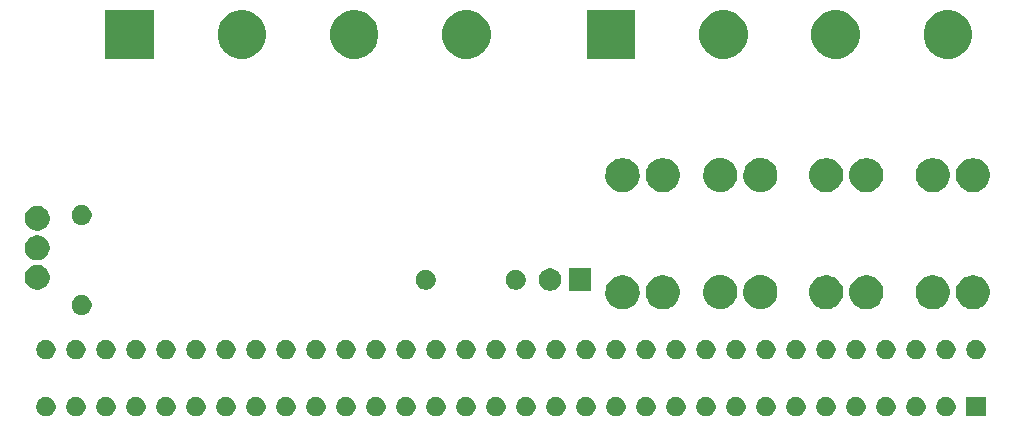
<source format=gbr>
G04 #@! TF.GenerationSoftware,KiCad,Pcbnew,(5.1.5)-3*
G04 #@! TF.CreationDate,2020-03-13T23:39:14-04:00*
G04 #@! TF.ProjectId,Power_Breakout,506f7765-725f-4427-9265-616b6f75742e,rev?*
G04 #@! TF.SameCoordinates,Original*
G04 #@! TF.FileFunction,Soldermask,Top*
G04 #@! TF.FilePolarity,Negative*
%FSLAX46Y46*%
G04 Gerber Fmt 4.6, Leading zero omitted, Abs format (unit mm)*
G04 Created by KiCad (PCBNEW (5.1.5)-3) date 2020-03-13 23:39:14*
%MOMM*%
%LPD*%
G04 APERTURE LIST*
%ADD10C,0.100000*%
G04 APERTURE END LIST*
D10*
G36*
X135874017Y-158886758D02*
G01*
X136022521Y-158948270D01*
X136022522Y-158948271D01*
X136156167Y-159037569D01*
X136269831Y-159151233D01*
X136336805Y-159251467D01*
X136359130Y-159284879D01*
X136389885Y-159359130D01*
X136420642Y-159433383D01*
X136452000Y-159591030D01*
X136452000Y-159751770D01*
X136420642Y-159909417D01*
X136389885Y-159983670D01*
X136359130Y-160057921D01*
X136359129Y-160057922D01*
X136269831Y-160191567D01*
X136156167Y-160305231D01*
X136055933Y-160372204D01*
X136022521Y-160394530D01*
X135948270Y-160425285D01*
X135874017Y-160456042D01*
X135716370Y-160487400D01*
X135555630Y-160487400D01*
X135397983Y-160456042D01*
X135323730Y-160425285D01*
X135249479Y-160394530D01*
X135216067Y-160372204D01*
X135115833Y-160305231D01*
X135002169Y-160191567D01*
X134912871Y-160057922D01*
X134912870Y-160057921D01*
X134882115Y-159983670D01*
X134851358Y-159909417D01*
X134820000Y-159751770D01*
X134820000Y-159591030D01*
X134851358Y-159433383D01*
X134912870Y-159284879D01*
X134935196Y-159251467D01*
X135002169Y-159151233D01*
X135115833Y-159037569D01*
X135249478Y-158948271D01*
X135249479Y-158948270D01*
X135397983Y-158886758D01*
X135555630Y-158855400D01*
X135716370Y-158855400D01*
X135874017Y-158886758D01*
G37*
G36*
X181594017Y-158886758D02*
G01*
X181742521Y-158948270D01*
X181742522Y-158948271D01*
X181876167Y-159037569D01*
X181989831Y-159151233D01*
X182056805Y-159251467D01*
X182079130Y-159284879D01*
X182109885Y-159359130D01*
X182140642Y-159433383D01*
X182172000Y-159591030D01*
X182172000Y-159751770D01*
X182140642Y-159909417D01*
X182109885Y-159983670D01*
X182079130Y-160057921D01*
X182079129Y-160057922D01*
X181989831Y-160191567D01*
X181876167Y-160305231D01*
X181775933Y-160372204D01*
X181742521Y-160394530D01*
X181594017Y-160456042D01*
X181436370Y-160487400D01*
X181275630Y-160487400D01*
X181117983Y-160456042D01*
X181043730Y-160425285D01*
X180969479Y-160394530D01*
X180936067Y-160372204D01*
X180835833Y-160305231D01*
X180722169Y-160191567D01*
X180632871Y-160057922D01*
X180632870Y-160057921D01*
X180602115Y-159983670D01*
X180571358Y-159909417D01*
X180540000Y-159751770D01*
X180540000Y-159591030D01*
X180571358Y-159433383D01*
X180632870Y-159284879D01*
X180655196Y-159251467D01*
X180722169Y-159151233D01*
X180835833Y-159037569D01*
X180969478Y-158948271D01*
X180969479Y-158948270D01*
X181117983Y-158886758D01*
X181275630Y-158855400D01*
X181436370Y-158855400D01*
X181594017Y-158886758D01*
G37*
G36*
X156194017Y-158886758D02*
G01*
X156342521Y-158948270D01*
X156342522Y-158948271D01*
X156476167Y-159037569D01*
X156589831Y-159151233D01*
X156656805Y-159251467D01*
X156679130Y-159284879D01*
X156709885Y-159359130D01*
X156740642Y-159433383D01*
X156772000Y-159591030D01*
X156772000Y-159751770D01*
X156740642Y-159909417D01*
X156709885Y-159983670D01*
X156679130Y-160057921D01*
X156679129Y-160057922D01*
X156589831Y-160191567D01*
X156476167Y-160305231D01*
X156375933Y-160372204D01*
X156342521Y-160394530D01*
X156194017Y-160456042D01*
X156036370Y-160487400D01*
X155875630Y-160487400D01*
X155717983Y-160456042D01*
X155643730Y-160425285D01*
X155569479Y-160394530D01*
X155536067Y-160372204D01*
X155435833Y-160305231D01*
X155322169Y-160191567D01*
X155232871Y-160057922D01*
X155232870Y-160057921D01*
X155202115Y-159983670D01*
X155171358Y-159909417D01*
X155140000Y-159751770D01*
X155140000Y-159591030D01*
X155171358Y-159433383D01*
X155232870Y-159284879D01*
X155255196Y-159251467D01*
X155322169Y-159151233D01*
X155435833Y-159037569D01*
X155569478Y-158948271D01*
X155569479Y-158948270D01*
X155717983Y-158886758D01*
X155875630Y-158855400D01*
X156036370Y-158855400D01*
X156194017Y-158886758D01*
G37*
G36*
X153654017Y-158886758D02*
G01*
X153802521Y-158948270D01*
X153802522Y-158948271D01*
X153936167Y-159037569D01*
X154049831Y-159151233D01*
X154116805Y-159251467D01*
X154139130Y-159284879D01*
X154169885Y-159359130D01*
X154200642Y-159433383D01*
X154232000Y-159591030D01*
X154232000Y-159751770D01*
X154200642Y-159909417D01*
X154169885Y-159983670D01*
X154139130Y-160057921D01*
X154139129Y-160057922D01*
X154049831Y-160191567D01*
X153936167Y-160305231D01*
X153835933Y-160372204D01*
X153802521Y-160394530D01*
X153654017Y-160456042D01*
X153496370Y-160487400D01*
X153335630Y-160487400D01*
X153177983Y-160456042D01*
X153103730Y-160425285D01*
X153029479Y-160394530D01*
X152996067Y-160372204D01*
X152895833Y-160305231D01*
X152782169Y-160191567D01*
X152692871Y-160057922D01*
X152692870Y-160057921D01*
X152662115Y-159983670D01*
X152631358Y-159909417D01*
X152600000Y-159751770D01*
X152600000Y-159591030D01*
X152631358Y-159433383D01*
X152692870Y-159284879D01*
X152715196Y-159251467D01*
X152782169Y-159151233D01*
X152895833Y-159037569D01*
X153029478Y-158948271D01*
X153029479Y-158948270D01*
X153177983Y-158886758D01*
X153335630Y-158855400D01*
X153496370Y-158855400D01*
X153654017Y-158886758D01*
G37*
G36*
X151114017Y-158886758D02*
G01*
X151262521Y-158948270D01*
X151262522Y-158948271D01*
X151396167Y-159037569D01*
X151509831Y-159151233D01*
X151576805Y-159251467D01*
X151599130Y-159284879D01*
X151629885Y-159359130D01*
X151660642Y-159433383D01*
X151692000Y-159591030D01*
X151692000Y-159751770D01*
X151660642Y-159909417D01*
X151629885Y-159983670D01*
X151599130Y-160057921D01*
X151599129Y-160057922D01*
X151509831Y-160191567D01*
X151396167Y-160305231D01*
X151295933Y-160372204D01*
X151262521Y-160394530D01*
X151114017Y-160456042D01*
X150956370Y-160487400D01*
X150795630Y-160487400D01*
X150637983Y-160456042D01*
X150563730Y-160425285D01*
X150489479Y-160394530D01*
X150456067Y-160372204D01*
X150355833Y-160305231D01*
X150242169Y-160191567D01*
X150152871Y-160057922D01*
X150152870Y-160057921D01*
X150122115Y-159983670D01*
X150091358Y-159909417D01*
X150060000Y-159751770D01*
X150060000Y-159591030D01*
X150091358Y-159433383D01*
X150152870Y-159284879D01*
X150175196Y-159251467D01*
X150242169Y-159151233D01*
X150355833Y-159037569D01*
X150489478Y-158948271D01*
X150489479Y-158948270D01*
X150637983Y-158886758D01*
X150795630Y-158855400D01*
X150956370Y-158855400D01*
X151114017Y-158886758D01*
G37*
G36*
X148574017Y-158886758D02*
G01*
X148722521Y-158948270D01*
X148722522Y-158948271D01*
X148856167Y-159037569D01*
X148969831Y-159151233D01*
X149036805Y-159251467D01*
X149059130Y-159284879D01*
X149089885Y-159359130D01*
X149120642Y-159433383D01*
X149152000Y-159591030D01*
X149152000Y-159751770D01*
X149120642Y-159909417D01*
X149089885Y-159983670D01*
X149059130Y-160057921D01*
X149059129Y-160057922D01*
X148969831Y-160191567D01*
X148856167Y-160305231D01*
X148755933Y-160372204D01*
X148722521Y-160394530D01*
X148648270Y-160425285D01*
X148574017Y-160456042D01*
X148416370Y-160487400D01*
X148255630Y-160487400D01*
X148097983Y-160456042D01*
X148023730Y-160425285D01*
X147949479Y-160394530D01*
X147916067Y-160372204D01*
X147815833Y-160305231D01*
X147702169Y-160191567D01*
X147612871Y-160057922D01*
X147612870Y-160057921D01*
X147582115Y-159983670D01*
X147551358Y-159909417D01*
X147520000Y-159751770D01*
X147520000Y-159591030D01*
X147551358Y-159433383D01*
X147612870Y-159284879D01*
X147635196Y-159251467D01*
X147702169Y-159151233D01*
X147815833Y-159037569D01*
X147949478Y-158948271D01*
X147949479Y-158948270D01*
X148097983Y-158886758D01*
X148255630Y-158855400D01*
X148416370Y-158855400D01*
X148574017Y-158886758D01*
G37*
G36*
X146034017Y-158886758D02*
G01*
X146182521Y-158948270D01*
X146182522Y-158948271D01*
X146316167Y-159037569D01*
X146429831Y-159151233D01*
X146496805Y-159251467D01*
X146519130Y-159284879D01*
X146549885Y-159359130D01*
X146580642Y-159433383D01*
X146612000Y-159591030D01*
X146612000Y-159751770D01*
X146580642Y-159909417D01*
X146549885Y-159983670D01*
X146519130Y-160057921D01*
X146519129Y-160057922D01*
X146429831Y-160191567D01*
X146316167Y-160305231D01*
X146215933Y-160372204D01*
X146182521Y-160394530D01*
X146108270Y-160425285D01*
X146034017Y-160456042D01*
X145876370Y-160487400D01*
X145715630Y-160487400D01*
X145557983Y-160456042D01*
X145483730Y-160425285D01*
X145409479Y-160394530D01*
X145376067Y-160372204D01*
X145275833Y-160305231D01*
X145162169Y-160191567D01*
X145072871Y-160057922D01*
X145072870Y-160057921D01*
X145042115Y-159983670D01*
X145011358Y-159909417D01*
X144980000Y-159751770D01*
X144980000Y-159591030D01*
X145011358Y-159433383D01*
X145072870Y-159284879D01*
X145095196Y-159251467D01*
X145162169Y-159151233D01*
X145275833Y-159037569D01*
X145409478Y-158948271D01*
X145409479Y-158948270D01*
X145557983Y-158886758D01*
X145715630Y-158855400D01*
X145876370Y-158855400D01*
X146034017Y-158886758D01*
G37*
G36*
X143494017Y-158886758D02*
G01*
X143642521Y-158948270D01*
X143642522Y-158948271D01*
X143776167Y-159037569D01*
X143889831Y-159151233D01*
X143956805Y-159251467D01*
X143979130Y-159284879D01*
X144009885Y-159359130D01*
X144040642Y-159433383D01*
X144072000Y-159591030D01*
X144072000Y-159751770D01*
X144040642Y-159909417D01*
X144009885Y-159983670D01*
X143979130Y-160057921D01*
X143979129Y-160057922D01*
X143889831Y-160191567D01*
X143776167Y-160305231D01*
X143675933Y-160372204D01*
X143642521Y-160394530D01*
X143568270Y-160425285D01*
X143494017Y-160456042D01*
X143336370Y-160487400D01*
X143175630Y-160487400D01*
X143017983Y-160456042D01*
X142943730Y-160425285D01*
X142869479Y-160394530D01*
X142836067Y-160372204D01*
X142735833Y-160305231D01*
X142622169Y-160191567D01*
X142532871Y-160057922D01*
X142532870Y-160057921D01*
X142502115Y-159983670D01*
X142471358Y-159909417D01*
X142440000Y-159751770D01*
X142440000Y-159591030D01*
X142471358Y-159433383D01*
X142532870Y-159284879D01*
X142555196Y-159251467D01*
X142622169Y-159151233D01*
X142735833Y-159037569D01*
X142869478Y-158948271D01*
X142869479Y-158948270D01*
X143017983Y-158886758D01*
X143175630Y-158855400D01*
X143336370Y-158855400D01*
X143494017Y-158886758D01*
G37*
G36*
X138414017Y-158886758D02*
G01*
X138562521Y-158948270D01*
X138562522Y-158948271D01*
X138696167Y-159037569D01*
X138809831Y-159151233D01*
X138876805Y-159251467D01*
X138899130Y-159284879D01*
X138929885Y-159359130D01*
X138960642Y-159433383D01*
X138992000Y-159591030D01*
X138992000Y-159751770D01*
X138960642Y-159909417D01*
X138929885Y-159983670D01*
X138899130Y-160057921D01*
X138899129Y-160057922D01*
X138809831Y-160191567D01*
X138696167Y-160305231D01*
X138595933Y-160372204D01*
X138562521Y-160394530D01*
X138488270Y-160425285D01*
X138414017Y-160456042D01*
X138256370Y-160487400D01*
X138095630Y-160487400D01*
X137937983Y-160456042D01*
X137863730Y-160425285D01*
X137789479Y-160394530D01*
X137756067Y-160372204D01*
X137655833Y-160305231D01*
X137542169Y-160191567D01*
X137452871Y-160057922D01*
X137452870Y-160057921D01*
X137422115Y-159983670D01*
X137391358Y-159909417D01*
X137360000Y-159751770D01*
X137360000Y-159591030D01*
X137391358Y-159433383D01*
X137452870Y-159284879D01*
X137475196Y-159251467D01*
X137542169Y-159151233D01*
X137655833Y-159037569D01*
X137789478Y-158948271D01*
X137789479Y-158948270D01*
X137937983Y-158886758D01*
X138095630Y-158855400D01*
X138256370Y-158855400D01*
X138414017Y-158886758D01*
G37*
G36*
X133334017Y-158886758D02*
G01*
X133482521Y-158948270D01*
X133482522Y-158948271D01*
X133616167Y-159037569D01*
X133729831Y-159151233D01*
X133796805Y-159251467D01*
X133819130Y-159284879D01*
X133849885Y-159359130D01*
X133880642Y-159433383D01*
X133912000Y-159591030D01*
X133912000Y-159751770D01*
X133880642Y-159909417D01*
X133849885Y-159983670D01*
X133819130Y-160057921D01*
X133819129Y-160057922D01*
X133729831Y-160191567D01*
X133616167Y-160305231D01*
X133515933Y-160372204D01*
X133482521Y-160394530D01*
X133408270Y-160425285D01*
X133334017Y-160456042D01*
X133176370Y-160487400D01*
X133015630Y-160487400D01*
X132857983Y-160456042D01*
X132783730Y-160425285D01*
X132709479Y-160394530D01*
X132676067Y-160372204D01*
X132575833Y-160305231D01*
X132462169Y-160191567D01*
X132372871Y-160057922D01*
X132372870Y-160057921D01*
X132311358Y-159909417D01*
X132280000Y-159751770D01*
X132280000Y-159591030D01*
X132311358Y-159433383D01*
X132372870Y-159284879D01*
X132395196Y-159251467D01*
X132462169Y-159151233D01*
X132575833Y-159037569D01*
X132709478Y-158948271D01*
X132709479Y-158948270D01*
X132857983Y-158886758D01*
X133015630Y-158855400D01*
X133176370Y-158855400D01*
X133334017Y-158886758D01*
G37*
G36*
X130794017Y-158886758D02*
G01*
X130942521Y-158948270D01*
X130942522Y-158948271D01*
X131076167Y-159037569D01*
X131189831Y-159151233D01*
X131256805Y-159251467D01*
X131279130Y-159284879D01*
X131309885Y-159359130D01*
X131340642Y-159433383D01*
X131372000Y-159591030D01*
X131372000Y-159751770D01*
X131340642Y-159909417D01*
X131309885Y-159983670D01*
X131279130Y-160057921D01*
X131279129Y-160057922D01*
X131189831Y-160191567D01*
X131076167Y-160305231D01*
X130975933Y-160372204D01*
X130942521Y-160394530D01*
X130868270Y-160425285D01*
X130794017Y-160456042D01*
X130636370Y-160487400D01*
X130475630Y-160487400D01*
X130317983Y-160456042D01*
X130243730Y-160425285D01*
X130169479Y-160394530D01*
X130136067Y-160372204D01*
X130035833Y-160305231D01*
X129922169Y-160191567D01*
X129832871Y-160057922D01*
X129832870Y-160057921D01*
X129771358Y-159909417D01*
X129740000Y-159751770D01*
X129740000Y-159591030D01*
X129771358Y-159433383D01*
X129832870Y-159284879D01*
X129855196Y-159251467D01*
X129922169Y-159151233D01*
X130035833Y-159037569D01*
X130169478Y-158948271D01*
X130169479Y-158948270D01*
X130317983Y-158886758D01*
X130475630Y-158855400D01*
X130636370Y-158855400D01*
X130794017Y-158886758D01*
G37*
G36*
X128254017Y-158886758D02*
G01*
X128402521Y-158948270D01*
X128402522Y-158948271D01*
X128536167Y-159037569D01*
X128649831Y-159151233D01*
X128716805Y-159251467D01*
X128739130Y-159284879D01*
X128769885Y-159359130D01*
X128800642Y-159433383D01*
X128832000Y-159591030D01*
X128832000Y-159751770D01*
X128800642Y-159909417D01*
X128769885Y-159983670D01*
X128739130Y-160057921D01*
X128739129Y-160057922D01*
X128649831Y-160191567D01*
X128536167Y-160305231D01*
X128435933Y-160372204D01*
X128402521Y-160394530D01*
X128328270Y-160425285D01*
X128254017Y-160456042D01*
X128096370Y-160487400D01*
X127935630Y-160487400D01*
X127777983Y-160456042D01*
X127703730Y-160425285D01*
X127629479Y-160394530D01*
X127596067Y-160372204D01*
X127495833Y-160305231D01*
X127382169Y-160191567D01*
X127292871Y-160057922D01*
X127292870Y-160057921D01*
X127231358Y-159909417D01*
X127200000Y-159751770D01*
X127200000Y-159591030D01*
X127231358Y-159433383D01*
X127292870Y-159284879D01*
X127315196Y-159251467D01*
X127382169Y-159151233D01*
X127495833Y-159037569D01*
X127629478Y-158948271D01*
X127629479Y-158948270D01*
X127777983Y-158886758D01*
X127935630Y-158855400D01*
X128096370Y-158855400D01*
X128254017Y-158886758D01*
G37*
G36*
X125714017Y-158886758D02*
G01*
X125862521Y-158948270D01*
X125862522Y-158948271D01*
X125996167Y-159037569D01*
X126109831Y-159151233D01*
X126176805Y-159251467D01*
X126199130Y-159284879D01*
X126229885Y-159359130D01*
X126260642Y-159433383D01*
X126292000Y-159591030D01*
X126292000Y-159751770D01*
X126260642Y-159909417D01*
X126229885Y-159983670D01*
X126199130Y-160057921D01*
X126199129Y-160057922D01*
X126109831Y-160191567D01*
X125996167Y-160305231D01*
X125895933Y-160372204D01*
X125862521Y-160394530D01*
X125788270Y-160425285D01*
X125714017Y-160456042D01*
X125556370Y-160487400D01*
X125395630Y-160487400D01*
X125237983Y-160456042D01*
X125163730Y-160425285D01*
X125089479Y-160394530D01*
X125056067Y-160372204D01*
X124955833Y-160305231D01*
X124842169Y-160191567D01*
X124752871Y-160057922D01*
X124752870Y-160057921D01*
X124691358Y-159909417D01*
X124660000Y-159751770D01*
X124660000Y-159591030D01*
X124691358Y-159433383D01*
X124752870Y-159284879D01*
X124775196Y-159251467D01*
X124842169Y-159151233D01*
X124955833Y-159037569D01*
X125089478Y-158948271D01*
X125089479Y-158948270D01*
X125237983Y-158886758D01*
X125395630Y-158855400D01*
X125556370Y-158855400D01*
X125714017Y-158886758D01*
G37*
G36*
X123174017Y-158886758D02*
G01*
X123322521Y-158948270D01*
X123322522Y-158948271D01*
X123456167Y-159037569D01*
X123569831Y-159151233D01*
X123636805Y-159251467D01*
X123659130Y-159284879D01*
X123689885Y-159359130D01*
X123720642Y-159433383D01*
X123752000Y-159591030D01*
X123752000Y-159751770D01*
X123720642Y-159909417D01*
X123689885Y-159983670D01*
X123659130Y-160057921D01*
X123659129Y-160057922D01*
X123569831Y-160191567D01*
X123456167Y-160305231D01*
X123355933Y-160372204D01*
X123322521Y-160394530D01*
X123248270Y-160425285D01*
X123174017Y-160456042D01*
X123016370Y-160487400D01*
X122855630Y-160487400D01*
X122697983Y-160456042D01*
X122623730Y-160425285D01*
X122549479Y-160394530D01*
X122516067Y-160372204D01*
X122415833Y-160305231D01*
X122302169Y-160191567D01*
X122212871Y-160057922D01*
X122212870Y-160057921D01*
X122151358Y-159909417D01*
X122120000Y-159751770D01*
X122120000Y-159591030D01*
X122151358Y-159433383D01*
X122212870Y-159284879D01*
X122235196Y-159251467D01*
X122302169Y-159151233D01*
X122415833Y-159037569D01*
X122549478Y-158948271D01*
X122549479Y-158948270D01*
X122697983Y-158886758D01*
X122855630Y-158855400D01*
X123016370Y-158855400D01*
X123174017Y-158886758D01*
G37*
G36*
X120634017Y-158886758D02*
G01*
X120782521Y-158948270D01*
X120782522Y-158948271D01*
X120916167Y-159037569D01*
X121029831Y-159151233D01*
X121096805Y-159251467D01*
X121119130Y-159284879D01*
X121149885Y-159359130D01*
X121180642Y-159433383D01*
X121212000Y-159591030D01*
X121212000Y-159751770D01*
X121180642Y-159909417D01*
X121149885Y-159983670D01*
X121119130Y-160057921D01*
X121119129Y-160057922D01*
X121029831Y-160191567D01*
X120916167Y-160305231D01*
X120815933Y-160372204D01*
X120782521Y-160394530D01*
X120708270Y-160425285D01*
X120634017Y-160456042D01*
X120476370Y-160487400D01*
X120315630Y-160487400D01*
X120157983Y-160456042D01*
X120083730Y-160425285D01*
X120009479Y-160394530D01*
X119976067Y-160372204D01*
X119875833Y-160305231D01*
X119762169Y-160191567D01*
X119672871Y-160057922D01*
X119672870Y-160057921D01*
X119611358Y-159909417D01*
X119580000Y-159751770D01*
X119580000Y-159591030D01*
X119611358Y-159433383D01*
X119672870Y-159284879D01*
X119695196Y-159251467D01*
X119762169Y-159151233D01*
X119875833Y-159037569D01*
X120009478Y-158948271D01*
X120009479Y-158948270D01*
X120157983Y-158886758D01*
X120315630Y-158855400D01*
X120476370Y-158855400D01*
X120634017Y-158886758D01*
G37*
G36*
X140954017Y-158886758D02*
G01*
X141102521Y-158948270D01*
X141102522Y-158948271D01*
X141236167Y-159037569D01*
X141349831Y-159151233D01*
X141416805Y-159251467D01*
X141439130Y-159284879D01*
X141469885Y-159359130D01*
X141500642Y-159433383D01*
X141532000Y-159591030D01*
X141532000Y-159751770D01*
X141500642Y-159909417D01*
X141469885Y-159983670D01*
X141439130Y-160057921D01*
X141439129Y-160057922D01*
X141349831Y-160191567D01*
X141236167Y-160305231D01*
X141135933Y-160372204D01*
X141102521Y-160394530D01*
X141028270Y-160425285D01*
X140954017Y-160456042D01*
X140796370Y-160487400D01*
X140635630Y-160487400D01*
X140477983Y-160456042D01*
X140403730Y-160425285D01*
X140329479Y-160394530D01*
X140296067Y-160372204D01*
X140195833Y-160305231D01*
X140082169Y-160191567D01*
X139992871Y-160057922D01*
X139992870Y-160057921D01*
X139962115Y-159983670D01*
X139931358Y-159909417D01*
X139900000Y-159751770D01*
X139900000Y-159591030D01*
X139931358Y-159433383D01*
X139992870Y-159284879D01*
X140015196Y-159251467D01*
X140082169Y-159151233D01*
X140195833Y-159037569D01*
X140329478Y-158948271D01*
X140329479Y-158948270D01*
X140477983Y-158886758D01*
X140635630Y-158855400D01*
X140796370Y-158855400D01*
X140954017Y-158886758D01*
G37*
G36*
X196834017Y-158886758D02*
G01*
X196982521Y-158948270D01*
X196982522Y-158948271D01*
X197116167Y-159037569D01*
X197229831Y-159151233D01*
X197296805Y-159251467D01*
X197319130Y-159284879D01*
X197349885Y-159359130D01*
X197380642Y-159433383D01*
X197412000Y-159591030D01*
X197412000Y-159751770D01*
X197380642Y-159909417D01*
X197349885Y-159983670D01*
X197319130Y-160057921D01*
X197319129Y-160057922D01*
X197229831Y-160191567D01*
X197116167Y-160305231D01*
X197015933Y-160372204D01*
X196982521Y-160394530D01*
X196834017Y-160456042D01*
X196676370Y-160487400D01*
X196515630Y-160487400D01*
X196357983Y-160456042D01*
X196283730Y-160425285D01*
X196209479Y-160394530D01*
X196176067Y-160372204D01*
X196075833Y-160305231D01*
X195962169Y-160191567D01*
X195872871Y-160057922D01*
X195872870Y-160057921D01*
X195842115Y-159983670D01*
X195811358Y-159909417D01*
X195780000Y-159751770D01*
X195780000Y-159591030D01*
X195811358Y-159433383D01*
X195872870Y-159284879D01*
X195895196Y-159251467D01*
X195962169Y-159151233D01*
X196075833Y-159037569D01*
X196209478Y-158948271D01*
X196209479Y-158948270D01*
X196357983Y-158886758D01*
X196515630Y-158855400D01*
X196676370Y-158855400D01*
X196834017Y-158886758D01*
G37*
G36*
X161274017Y-158886758D02*
G01*
X161422521Y-158948270D01*
X161422522Y-158948271D01*
X161556167Y-159037569D01*
X161669831Y-159151233D01*
X161736805Y-159251467D01*
X161759130Y-159284879D01*
X161789885Y-159359130D01*
X161820642Y-159433383D01*
X161852000Y-159591030D01*
X161852000Y-159751770D01*
X161820642Y-159909417D01*
X161789885Y-159983670D01*
X161759130Y-160057921D01*
X161759129Y-160057922D01*
X161669831Y-160191567D01*
X161556167Y-160305231D01*
X161455933Y-160372204D01*
X161422521Y-160394530D01*
X161274017Y-160456042D01*
X161116370Y-160487400D01*
X160955630Y-160487400D01*
X160797983Y-160456042D01*
X160723730Y-160425285D01*
X160649479Y-160394530D01*
X160616067Y-160372204D01*
X160515833Y-160305231D01*
X160402169Y-160191567D01*
X160312871Y-160057922D01*
X160312870Y-160057921D01*
X160282115Y-159983670D01*
X160251358Y-159909417D01*
X160220000Y-159751770D01*
X160220000Y-159591030D01*
X160251358Y-159433383D01*
X160312870Y-159284879D01*
X160335196Y-159251467D01*
X160402169Y-159151233D01*
X160515833Y-159037569D01*
X160649478Y-158948271D01*
X160649479Y-158948270D01*
X160797983Y-158886758D01*
X160955630Y-158855400D01*
X161116370Y-158855400D01*
X161274017Y-158886758D01*
G37*
G36*
X163814017Y-158886758D02*
G01*
X163962521Y-158948270D01*
X163962522Y-158948271D01*
X164096167Y-159037569D01*
X164209831Y-159151233D01*
X164276805Y-159251467D01*
X164299130Y-159284879D01*
X164329885Y-159359130D01*
X164360642Y-159433383D01*
X164392000Y-159591030D01*
X164392000Y-159751770D01*
X164360642Y-159909417D01*
X164329885Y-159983670D01*
X164299130Y-160057921D01*
X164299129Y-160057922D01*
X164209831Y-160191567D01*
X164096167Y-160305231D01*
X163995933Y-160372204D01*
X163962521Y-160394530D01*
X163814017Y-160456042D01*
X163656370Y-160487400D01*
X163495630Y-160487400D01*
X163337983Y-160456042D01*
X163263730Y-160425285D01*
X163189479Y-160394530D01*
X163156067Y-160372204D01*
X163055833Y-160305231D01*
X162942169Y-160191567D01*
X162852871Y-160057922D01*
X162852870Y-160057921D01*
X162822115Y-159983670D01*
X162791358Y-159909417D01*
X162760000Y-159751770D01*
X162760000Y-159591030D01*
X162791358Y-159433383D01*
X162852870Y-159284879D01*
X162875196Y-159251467D01*
X162942169Y-159151233D01*
X163055833Y-159037569D01*
X163189478Y-158948271D01*
X163189479Y-158948270D01*
X163337983Y-158886758D01*
X163495630Y-158855400D01*
X163656370Y-158855400D01*
X163814017Y-158886758D01*
G37*
G36*
X166354017Y-158886758D02*
G01*
X166502521Y-158948270D01*
X166502522Y-158948271D01*
X166636167Y-159037569D01*
X166749831Y-159151233D01*
X166816805Y-159251467D01*
X166839130Y-159284879D01*
X166869885Y-159359130D01*
X166900642Y-159433383D01*
X166932000Y-159591030D01*
X166932000Y-159751770D01*
X166900642Y-159909417D01*
X166869885Y-159983670D01*
X166839130Y-160057921D01*
X166839129Y-160057922D01*
X166749831Y-160191567D01*
X166636167Y-160305231D01*
X166535933Y-160372204D01*
X166502521Y-160394530D01*
X166354017Y-160456042D01*
X166196370Y-160487400D01*
X166035630Y-160487400D01*
X165877983Y-160456042D01*
X165803730Y-160425285D01*
X165729479Y-160394530D01*
X165696067Y-160372204D01*
X165595833Y-160305231D01*
X165482169Y-160191567D01*
X165392871Y-160057922D01*
X165392870Y-160057921D01*
X165362115Y-159983670D01*
X165331358Y-159909417D01*
X165300000Y-159751770D01*
X165300000Y-159591030D01*
X165331358Y-159433383D01*
X165392870Y-159284879D01*
X165415196Y-159251467D01*
X165482169Y-159151233D01*
X165595833Y-159037569D01*
X165729478Y-158948271D01*
X165729479Y-158948270D01*
X165877983Y-158886758D01*
X166035630Y-158855400D01*
X166196370Y-158855400D01*
X166354017Y-158886758D01*
G37*
G36*
X168894017Y-158886758D02*
G01*
X169042521Y-158948270D01*
X169042522Y-158948271D01*
X169176167Y-159037569D01*
X169289831Y-159151233D01*
X169356805Y-159251467D01*
X169379130Y-159284879D01*
X169409885Y-159359130D01*
X169440642Y-159433383D01*
X169472000Y-159591030D01*
X169472000Y-159751770D01*
X169440642Y-159909417D01*
X169409885Y-159983670D01*
X169379130Y-160057921D01*
X169379129Y-160057922D01*
X169289831Y-160191567D01*
X169176167Y-160305231D01*
X169075933Y-160372204D01*
X169042521Y-160394530D01*
X168894017Y-160456042D01*
X168736370Y-160487400D01*
X168575630Y-160487400D01*
X168417983Y-160456042D01*
X168343730Y-160425285D01*
X168269479Y-160394530D01*
X168236067Y-160372204D01*
X168135833Y-160305231D01*
X168022169Y-160191567D01*
X167932871Y-160057922D01*
X167932870Y-160057921D01*
X167902115Y-159983670D01*
X167871358Y-159909417D01*
X167840000Y-159751770D01*
X167840000Y-159591030D01*
X167871358Y-159433383D01*
X167932870Y-159284879D01*
X167955196Y-159251467D01*
X168022169Y-159151233D01*
X168135833Y-159037569D01*
X168269478Y-158948271D01*
X168269479Y-158948270D01*
X168417983Y-158886758D01*
X168575630Y-158855400D01*
X168736370Y-158855400D01*
X168894017Y-158886758D01*
G37*
G36*
X171434017Y-158886758D02*
G01*
X171582521Y-158948270D01*
X171582522Y-158948271D01*
X171716167Y-159037569D01*
X171829831Y-159151233D01*
X171896805Y-159251467D01*
X171919130Y-159284879D01*
X171949885Y-159359130D01*
X171980642Y-159433383D01*
X172012000Y-159591030D01*
X172012000Y-159751770D01*
X171980642Y-159909417D01*
X171949885Y-159983670D01*
X171919130Y-160057921D01*
X171919129Y-160057922D01*
X171829831Y-160191567D01*
X171716167Y-160305231D01*
X171615933Y-160372204D01*
X171582521Y-160394530D01*
X171434017Y-160456042D01*
X171276370Y-160487400D01*
X171115630Y-160487400D01*
X170957983Y-160456042D01*
X170883730Y-160425285D01*
X170809479Y-160394530D01*
X170776067Y-160372204D01*
X170675833Y-160305231D01*
X170562169Y-160191567D01*
X170472871Y-160057922D01*
X170472870Y-160057921D01*
X170442115Y-159983670D01*
X170411358Y-159909417D01*
X170380000Y-159751770D01*
X170380000Y-159591030D01*
X170411358Y-159433383D01*
X170472870Y-159284879D01*
X170495196Y-159251467D01*
X170562169Y-159151233D01*
X170675833Y-159037569D01*
X170809478Y-158948271D01*
X170809479Y-158948270D01*
X170957983Y-158886758D01*
X171115630Y-158855400D01*
X171276370Y-158855400D01*
X171434017Y-158886758D01*
G37*
G36*
X173974017Y-158886758D02*
G01*
X174122521Y-158948270D01*
X174122522Y-158948271D01*
X174256167Y-159037569D01*
X174369831Y-159151233D01*
X174436805Y-159251467D01*
X174459130Y-159284879D01*
X174489885Y-159359130D01*
X174520642Y-159433383D01*
X174552000Y-159591030D01*
X174552000Y-159751770D01*
X174520642Y-159909417D01*
X174489885Y-159983670D01*
X174459130Y-160057921D01*
X174459129Y-160057922D01*
X174369831Y-160191567D01*
X174256167Y-160305231D01*
X174155933Y-160372204D01*
X174122521Y-160394530D01*
X173974017Y-160456042D01*
X173816370Y-160487400D01*
X173655630Y-160487400D01*
X173497983Y-160456042D01*
X173423730Y-160425285D01*
X173349479Y-160394530D01*
X173316067Y-160372204D01*
X173215833Y-160305231D01*
X173102169Y-160191567D01*
X173012871Y-160057922D01*
X173012870Y-160057921D01*
X172982115Y-159983670D01*
X172951358Y-159909417D01*
X172920000Y-159751770D01*
X172920000Y-159591030D01*
X172951358Y-159433383D01*
X173012870Y-159284879D01*
X173035196Y-159251467D01*
X173102169Y-159151233D01*
X173215833Y-159037569D01*
X173349478Y-158948271D01*
X173349479Y-158948270D01*
X173497983Y-158886758D01*
X173655630Y-158855400D01*
X173816370Y-158855400D01*
X173974017Y-158886758D01*
G37*
G36*
X176514017Y-158886758D02*
G01*
X176662521Y-158948270D01*
X176662522Y-158948271D01*
X176796167Y-159037569D01*
X176909831Y-159151233D01*
X176976805Y-159251467D01*
X176999130Y-159284879D01*
X177029885Y-159359130D01*
X177060642Y-159433383D01*
X177092000Y-159591030D01*
X177092000Y-159751770D01*
X177060642Y-159909417D01*
X177029885Y-159983670D01*
X176999130Y-160057921D01*
X176999129Y-160057922D01*
X176909831Y-160191567D01*
X176796167Y-160305231D01*
X176695933Y-160372204D01*
X176662521Y-160394530D01*
X176514017Y-160456042D01*
X176356370Y-160487400D01*
X176195630Y-160487400D01*
X176037983Y-160456042D01*
X175963730Y-160425285D01*
X175889479Y-160394530D01*
X175856067Y-160372204D01*
X175755833Y-160305231D01*
X175642169Y-160191567D01*
X175552871Y-160057922D01*
X175552870Y-160057921D01*
X175522115Y-159983670D01*
X175491358Y-159909417D01*
X175460000Y-159751770D01*
X175460000Y-159591030D01*
X175491358Y-159433383D01*
X175552870Y-159284879D01*
X175575196Y-159251467D01*
X175642169Y-159151233D01*
X175755833Y-159037569D01*
X175889478Y-158948271D01*
X175889479Y-158948270D01*
X176037983Y-158886758D01*
X176195630Y-158855400D01*
X176356370Y-158855400D01*
X176514017Y-158886758D01*
G37*
G36*
X179054017Y-158886758D02*
G01*
X179202521Y-158948270D01*
X179202522Y-158948271D01*
X179336167Y-159037569D01*
X179449831Y-159151233D01*
X179516805Y-159251467D01*
X179539130Y-159284879D01*
X179569885Y-159359130D01*
X179600642Y-159433383D01*
X179632000Y-159591030D01*
X179632000Y-159751770D01*
X179600642Y-159909417D01*
X179569885Y-159983670D01*
X179539130Y-160057921D01*
X179539129Y-160057922D01*
X179449831Y-160191567D01*
X179336167Y-160305231D01*
X179235933Y-160372204D01*
X179202521Y-160394530D01*
X179054017Y-160456042D01*
X178896370Y-160487400D01*
X178735630Y-160487400D01*
X178577983Y-160456042D01*
X178503730Y-160425285D01*
X178429479Y-160394530D01*
X178396067Y-160372204D01*
X178295833Y-160305231D01*
X178182169Y-160191567D01*
X178092871Y-160057922D01*
X178092870Y-160057921D01*
X178062115Y-159983670D01*
X178031358Y-159909417D01*
X178000000Y-159751770D01*
X178000000Y-159591030D01*
X178031358Y-159433383D01*
X178092870Y-159284879D01*
X178115196Y-159251467D01*
X178182169Y-159151233D01*
X178295833Y-159037569D01*
X178429478Y-158948271D01*
X178429479Y-158948270D01*
X178577983Y-158886758D01*
X178735630Y-158855400D01*
X178896370Y-158855400D01*
X179054017Y-158886758D01*
G37*
G36*
X158734017Y-158886758D02*
G01*
X158882521Y-158948270D01*
X158882522Y-158948271D01*
X159016167Y-159037569D01*
X159129831Y-159151233D01*
X159196805Y-159251467D01*
X159219130Y-159284879D01*
X159249885Y-159359130D01*
X159280642Y-159433383D01*
X159312000Y-159591030D01*
X159312000Y-159751770D01*
X159280642Y-159909417D01*
X159249885Y-159983670D01*
X159219130Y-160057921D01*
X159219129Y-160057922D01*
X159129831Y-160191567D01*
X159016167Y-160305231D01*
X158915933Y-160372204D01*
X158882521Y-160394530D01*
X158734017Y-160456042D01*
X158576370Y-160487400D01*
X158415630Y-160487400D01*
X158257983Y-160456042D01*
X158183730Y-160425285D01*
X158109479Y-160394530D01*
X158076067Y-160372204D01*
X157975833Y-160305231D01*
X157862169Y-160191567D01*
X157772871Y-160057922D01*
X157772870Y-160057921D01*
X157742115Y-159983670D01*
X157711358Y-159909417D01*
X157680000Y-159751770D01*
X157680000Y-159591030D01*
X157711358Y-159433383D01*
X157772870Y-159284879D01*
X157795196Y-159251467D01*
X157862169Y-159151233D01*
X157975833Y-159037569D01*
X158109478Y-158948271D01*
X158109479Y-158948270D01*
X158257983Y-158886758D01*
X158415630Y-158855400D01*
X158576370Y-158855400D01*
X158734017Y-158886758D01*
G37*
G36*
X199952000Y-160487400D02*
G01*
X198320000Y-160487400D01*
X198320000Y-158855400D01*
X199952000Y-158855400D01*
X199952000Y-160487400D01*
G37*
G36*
X194294017Y-158886758D02*
G01*
X194442521Y-158948270D01*
X194442522Y-158948271D01*
X194576167Y-159037569D01*
X194689831Y-159151233D01*
X194756805Y-159251467D01*
X194779130Y-159284879D01*
X194809885Y-159359130D01*
X194840642Y-159433383D01*
X194872000Y-159591030D01*
X194872000Y-159751770D01*
X194840642Y-159909417D01*
X194809885Y-159983670D01*
X194779130Y-160057921D01*
X194779129Y-160057922D01*
X194689831Y-160191567D01*
X194576167Y-160305231D01*
X194475933Y-160372204D01*
X194442521Y-160394530D01*
X194294017Y-160456042D01*
X194136370Y-160487400D01*
X193975630Y-160487400D01*
X193817983Y-160456042D01*
X193743730Y-160425285D01*
X193669479Y-160394530D01*
X193636067Y-160372204D01*
X193535833Y-160305231D01*
X193422169Y-160191567D01*
X193332871Y-160057922D01*
X193332870Y-160057921D01*
X193302115Y-159983670D01*
X193271358Y-159909417D01*
X193240000Y-159751770D01*
X193240000Y-159591030D01*
X193271358Y-159433383D01*
X193332870Y-159284879D01*
X193355196Y-159251467D01*
X193422169Y-159151233D01*
X193535833Y-159037569D01*
X193669478Y-158948271D01*
X193669479Y-158948270D01*
X193817983Y-158886758D01*
X193975630Y-158855400D01*
X194136370Y-158855400D01*
X194294017Y-158886758D01*
G37*
G36*
X191754017Y-158886758D02*
G01*
X191902521Y-158948270D01*
X191902522Y-158948271D01*
X192036167Y-159037569D01*
X192149831Y-159151233D01*
X192216805Y-159251467D01*
X192239130Y-159284879D01*
X192269885Y-159359130D01*
X192300642Y-159433383D01*
X192332000Y-159591030D01*
X192332000Y-159751770D01*
X192300642Y-159909417D01*
X192269885Y-159983670D01*
X192239130Y-160057921D01*
X192239129Y-160057922D01*
X192149831Y-160191567D01*
X192036167Y-160305231D01*
X191935933Y-160372204D01*
X191902521Y-160394530D01*
X191754017Y-160456042D01*
X191596370Y-160487400D01*
X191435630Y-160487400D01*
X191277983Y-160456042D01*
X191203730Y-160425285D01*
X191129479Y-160394530D01*
X191096067Y-160372204D01*
X190995833Y-160305231D01*
X190882169Y-160191567D01*
X190792871Y-160057922D01*
X190792870Y-160057921D01*
X190762115Y-159983670D01*
X190731358Y-159909417D01*
X190700000Y-159751770D01*
X190700000Y-159591030D01*
X190731358Y-159433383D01*
X190792870Y-159284879D01*
X190815196Y-159251467D01*
X190882169Y-159151233D01*
X190995833Y-159037569D01*
X191129478Y-158948271D01*
X191129479Y-158948270D01*
X191277983Y-158886758D01*
X191435630Y-158855400D01*
X191596370Y-158855400D01*
X191754017Y-158886758D01*
G37*
G36*
X186674017Y-158886758D02*
G01*
X186822521Y-158948270D01*
X186822522Y-158948271D01*
X186956167Y-159037569D01*
X187069831Y-159151233D01*
X187136805Y-159251467D01*
X187159130Y-159284879D01*
X187189885Y-159359130D01*
X187220642Y-159433383D01*
X187252000Y-159591030D01*
X187252000Y-159751770D01*
X187220642Y-159909417D01*
X187189885Y-159983670D01*
X187159130Y-160057921D01*
X187159129Y-160057922D01*
X187069831Y-160191567D01*
X186956167Y-160305231D01*
X186855933Y-160372204D01*
X186822521Y-160394530D01*
X186674017Y-160456042D01*
X186516370Y-160487400D01*
X186355630Y-160487400D01*
X186197983Y-160456042D01*
X186123730Y-160425285D01*
X186049479Y-160394530D01*
X186016067Y-160372204D01*
X185915833Y-160305231D01*
X185802169Y-160191567D01*
X185712871Y-160057922D01*
X185712870Y-160057921D01*
X185682115Y-159983670D01*
X185651358Y-159909417D01*
X185620000Y-159751770D01*
X185620000Y-159591030D01*
X185651358Y-159433383D01*
X185712870Y-159284879D01*
X185735196Y-159251467D01*
X185802169Y-159151233D01*
X185915833Y-159037569D01*
X186049478Y-158948271D01*
X186049479Y-158948270D01*
X186197983Y-158886758D01*
X186355630Y-158855400D01*
X186516370Y-158855400D01*
X186674017Y-158886758D01*
G37*
G36*
X184134017Y-158886758D02*
G01*
X184282521Y-158948270D01*
X184282522Y-158948271D01*
X184416167Y-159037569D01*
X184529831Y-159151233D01*
X184596805Y-159251467D01*
X184619130Y-159284879D01*
X184649885Y-159359130D01*
X184680642Y-159433383D01*
X184712000Y-159591030D01*
X184712000Y-159751770D01*
X184680642Y-159909417D01*
X184649885Y-159983670D01*
X184619130Y-160057921D01*
X184619129Y-160057922D01*
X184529831Y-160191567D01*
X184416167Y-160305231D01*
X184315933Y-160372204D01*
X184282521Y-160394530D01*
X184134017Y-160456042D01*
X183976370Y-160487400D01*
X183815630Y-160487400D01*
X183657983Y-160456042D01*
X183583730Y-160425285D01*
X183509479Y-160394530D01*
X183476067Y-160372204D01*
X183375833Y-160305231D01*
X183262169Y-160191567D01*
X183172871Y-160057922D01*
X183172870Y-160057921D01*
X183142115Y-159983670D01*
X183111358Y-159909417D01*
X183080000Y-159751770D01*
X183080000Y-159591030D01*
X183111358Y-159433383D01*
X183172870Y-159284879D01*
X183195196Y-159251467D01*
X183262169Y-159151233D01*
X183375833Y-159037569D01*
X183509478Y-158948271D01*
X183509479Y-158948270D01*
X183657983Y-158886758D01*
X183815630Y-158855400D01*
X183976370Y-158855400D01*
X184134017Y-158886758D01*
G37*
G36*
X189214017Y-158886758D02*
G01*
X189362521Y-158948270D01*
X189362522Y-158948271D01*
X189496167Y-159037569D01*
X189609831Y-159151233D01*
X189676805Y-159251467D01*
X189699130Y-159284879D01*
X189729885Y-159359130D01*
X189760642Y-159433383D01*
X189792000Y-159591030D01*
X189792000Y-159751770D01*
X189760642Y-159909417D01*
X189729885Y-159983670D01*
X189699130Y-160057921D01*
X189699129Y-160057922D01*
X189609831Y-160191567D01*
X189496167Y-160305231D01*
X189395933Y-160372204D01*
X189362521Y-160394530D01*
X189214017Y-160456042D01*
X189056370Y-160487400D01*
X188895630Y-160487400D01*
X188737983Y-160456042D01*
X188663730Y-160425285D01*
X188589479Y-160394530D01*
X188556067Y-160372204D01*
X188455833Y-160305231D01*
X188342169Y-160191567D01*
X188252871Y-160057922D01*
X188252870Y-160057921D01*
X188222115Y-159983670D01*
X188191358Y-159909417D01*
X188160000Y-159751770D01*
X188160000Y-159591030D01*
X188191358Y-159433383D01*
X188252870Y-159284879D01*
X188275196Y-159251467D01*
X188342169Y-159151233D01*
X188455833Y-159037569D01*
X188589478Y-158948271D01*
X188589479Y-158948270D01*
X188737983Y-158886758D01*
X188895630Y-158855400D01*
X189056370Y-158855400D01*
X189214017Y-158886758D01*
G37*
G36*
X161274017Y-154046758D02*
G01*
X161422521Y-154108270D01*
X161422522Y-154108271D01*
X161556167Y-154197569D01*
X161669831Y-154311233D01*
X161736804Y-154411467D01*
X161759130Y-154444879D01*
X161820642Y-154593383D01*
X161852000Y-154751030D01*
X161852000Y-154911770D01*
X161820642Y-155069417D01*
X161759130Y-155217921D01*
X161759129Y-155217922D01*
X161669831Y-155351567D01*
X161556167Y-155465231D01*
X161455933Y-155532205D01*
X161422521Y-155554530D01*
X161348270Y-155585285D01*
X161274017Y-155616042D01*
X161116370Y-155647400D01*
X160955630Y-155647400D01*
X160797983Y-155616042D01*
X160649479Y-155554530D01*
X160616067Y-155532205D01*
X160515833Y-155465231D01*
X160402169Y-155351567D01*
X160312871Y-155217922D01*
X160312870Y-155217921D01*
X160251358Y-155069417D01*
X160220000Y-154911770D01*
X160220000Y-154751030D01*
X160251358Y-154593383D01*
X160312870Y-154444879D01*
X160335196Y-154411467D01*
X160402169Y-154311233D01*
X160515833Y-154197569D01*
X160649478Y-154108271D01*
X160649479Y-154108270D01*
X160797983Y-154046758D01*
X160955630Y-154015400D01*
X161116370Y-154015400D01*
X161274017Y-154046758D01*
G37*
G36*
X163814017Y-154046758D02*
G01*
X163962521Y-154108270D01*
X163962522Y-154108271D01*
X164096167Y-154197569D01*
X164209831Y-154311233D01*
X164276804Y-154411467D01*
X164299130Y-154444879D01*
X164360642Y-154593383D01*
X164392000Y-154751030D01*
X164392000Y-154911770D01*
X164360642Y-155069417D01*
X164299130Y-155217921D01*
X164299129Y-155217922D01*
X164209831Y-155351567D01*
X164096167Y-155465231D01*
X163995933Y-155532205D01*
X163962521Y-155554530D01*
X163888270Y-155585285D01*
X163814017Y-155616042D01*
X163656370Y-155647400D01*
X163495630Y-155647400D01*
X163337983Y-155616042D01*
X163189479Y-155554530D01*
X163156067Y-155532205D01*
X163055833Y-155465231D01*
X162942169Y-155351567D01*
X162852871Y-155217922D01*
X162852870Y-155217921D01*
X162791358Y-155069417D01*
X162760000Y-154911770D01*
X162760000Y-154751030D01*
X162791358Y-154593383D01*
X162852870Y-154444879D01*
X162875196Y-154411467D01*
X162942169Y-154311233D01*
X163055833Y-154197569D01*
X163189478Y-154108271D01*
X163189479Y-154108270D01*
X163337983Y-154046758D01*
X163495630Y-154015400D01*
X163656370Y-154015400D01*
X163814017Y-154046758D01*
G37*
G36*
X128254017Y-154046758D02*
G01*
X128402521Y-154108270D01*
X128402522Y-154108271D01*
X128536167Y-154197569D01*
X128649831Y-154311233D01*
X128716804Y-154411467D01*
X128739130Y-154444879D01*
X128800642Y-154593383D01*
X128832000Y-154751030D01*
X128832000Y-154911770D01*
X128800642Y-155069417D01*
X128739130Y-155217921D01*
X128739129Y-155217922D01*
X128649831Y-155351567D01*
X128536167Y-155465231D01*
X128435933Y-155532205D01*
X128402521Y-155554530D01*
X128254017Y-155616042D01*
X128096370Y-155647400D01*
X127935630Y-155647400D01*
X127777983Y-155616042D01*
X127629479Y-155554530D01*
X127596067Y-155532205D01*
X127495833Y-155465231D01*
X127382169Y-155351567D01*
X127292871Y-155217922D01*
X127292870Y-155217921D01*
X127231358Y-155069417D01*
X127200000Y-154911770D01*
X127200000Y-154751030D01*
X127231358Y-154593383D01*
X127292870Y-154444879D01*
X127315196Y-154411467D01*
X127382169Y-154311233D01*
X127495833Y-154197569D01*
X127629478Y-154108271D01*
X127629479Y-154108270D01*
X127777983Y-154046758D01*
X127935630Y-154015400D01*
X128096370Y-154015400D01*
X128254017Y-154046758D01*
G37*
G36*
X168894017Y-154046758D02*
G01*
X169042521Y-154108270D01*
X169042522Y-154108271D01*
X169176167Y-154197569D01*
X169289831Y-154311233D01*
X169356804Y-154411467D01*
X169379130Y-154444879D01*
X169440642Y-154593383D01*
X169472000Y-154751030D01*
X169472000Y-154911770D01*
X169440642Y-155069417D01*
X169379130Y-155217921D01*
X169379129Y-155217922D01*
X169289831Y-155351567D01*
X169176167Y-155465231D01*
X169075933Y-155532205D01*
X169042521Y-155554530D01*
X168968270Y-155585285D01*
X168894017Y-155616042D01*
X168736370Y-155647400D01*
X168575630Y-155647400D01*
X168417983Y-155616042D01*
X168269479Y-155554530D01*
X168236067Y-155532205D01*
X168135833Y-155465231D01*
X168022169Y-155351567D01*
X167932871Y-155217922D01*
X167932870Y-155217921D01*
X167871358Y-155069417D01*
X167840000Y-154911770D01*
X167840000Y-154751030D01*
X167871358Y-154593383D01*
X167932870Y-154444879D01*
X167955196Y-154411467D01*
X168022169Y-154311233D01*
X168135833Y-154197569D01*
X168269478Y-154108271D01*
X168269479Y-154108270D01*
X168417983Y-154046758D01*
X168575630Y-154015400D01*
X168736370Y-154015400D01*
X168894017Y-154046758D01*
G37*
G36*
X171434017Y-154046758D02*
G01*
X171582521Y-154108270D01*
X171582522Y-154108271D01*
X171716167Y-154197569D01*
X171829831Y-154311233D01*
X171896804Y-154411467D01*
X171919130Y-154444879D01*
X171980642Y-154593383D01*
X172012000Y-154751030D01*
X172012000Y-154911770D01*
X171980642Y-155069417D01*
X171919130Y-155217921D01*
X171919129Y-155217922D01*
X171829831Y-155351567D01*
X171716167Y-155465231D01*
X171615933Y-155532205D01*
X171582521Y-155554530D01*
X171508270Y-155585285D01*
X171434017Y-155616042D01*
X171276370Y-155647400D01*
X171115630Y-155647400D01*
X170957983Y-155616042D01*
X170809479Y-155554530D01*
X170776067Y-155532205D01*
X170675833Y-155465231D01*
X170562169Y-155351567D01*
X170472871Y-155217922D01*
X170472870Y-155217921D01*
X170411358Y-155069417D01*
X170380000Y-154911770D01*
X170380000Y-154751030D01*
X170411358Y-154593383D01*
X170472870Y-154444879D01*
X170495196Y-154411467D01*
X170562169Y-154311233D01*
X170675833Y-154197569D01*
X170809478Y-154108271D01*
X170809479Y-154108270D01*
X170957983Y-154046758D01*
X171115630Y-154015400D01*
X171276370Y-154015400D01*
X171434017Y-154046758D01*
G37*
G36*
X173974017Y-154046758D02*
G01*
X174122521Y-154108270D01*
X174122522Y-154108271D01*
X174256167Y-154197569D01*
X174369831Y-154311233D01*
X174436804Y-154411467D01*
X174459130Y-154444879D01*
X174520642Y-154593383D01*
X174552000Y-154751030D01*
X174552000Y-154911770D01*
X174520642Y-155069417D01*
X174459130Y-155217921D01*
X174459129Y-155217922D01*
X174369831Y-155351567D01*
X174256167Y-155465231D01*
X174155933Y-155532205D01*
X174122521Y-155554530D01*
X174048270Y-155585285D01*
X173974017Y-155616042D01*
X173816370Y-155647400D01*
X173655630Y-155647400D01*
X173497983Y-155616042D01*
X173349479Y-155554530D01*
X173316067Y-155532205D01*
X173215833Y-155465231D01*
X173102169Y-155351567D01*
X173012871Y-155217922D01*
X173012870Y-155217921D01*
X172951358Y-155069417D01*
X172920000Y-154911770D01*
X172920000Y-154751030D01*
X172951358Y-154593383D01*
X173012870Y-154444879D01*
X173035196Y-154411467D01*
X173102169Y-154311233D01*
X173215833Y-154197569D01*
X173349478Y-154108271D01*
X173349479Y-154108270D01*
X173497983Y-154046758D01*
X173655630Y-154015400D01*
X173816370Y-154015400D01*
X173974017Y-154046758D01*
G37*
G36*
X176514017Y-154046758D02*
G01*
X176662521Y-154108270D01*
X176662522Y-154108271D01*
X176796167Y-154197569D01*
X176909831Y-154311233D01*
X176976804Y-154411467D01*
X176999130Y-154444879D01*
X177060642Y-154593383D01*
X177092000Y-154751030D01*
X177092000Y-154911770D01*
X177060642Y-155069417D01*
X176999130Y-155217921D01*
X176999129Y-155217922D01*
X176909831Y-155351567D01*
X176796167Y-155465231D01*
X176695933Y-155532205D01*
X176662521Y-155554530D01*
X176588270Y-155585285D01*
X176514017Y-155616042D01*
X176356370Y-155647400D01*
X176195630Y-155647400D01*
X176037983Y-155616042D01*
X175889479Y-155554530D01*
X175856067Y-155532205D01*
X175755833Y-155465231D01*
X175642169Y-155351567D01*
X175552871Y-155217922D01*
X175552870Y-155217921D01*
X175491358Y-155069417D01*
X175460000Y-154911770D01*
X175460000Y-154751030D01*
X175491358Y-154593383D01*
X175552870Y-154444879D01*
X175575196Y-154411467D01*
X175642169Y-154311233D01*
X175755833Y-154197569D01*
X175889478Y-154108271D01*
X175889479Y-154108270D01*
X176037983Y-154046758D01*
X176195630Y-154015400D01*
X176356370Y-154015400D01*
X176514017Y-154046758D01*
G37*
G36*
X179054017Y-154046758D02*
G01*
X179202521Y-154108270D01*
X179202522Y-154108271D01*
X179336167Y-154197569D01*
X179449831Y-154311233D01*
X179516804Y-154411467D01*
X179539130Y-154444879D01*
X179600642Y-154593383D01*
X179632000Y-154751030D01*
X179632000Y-154911770D01*
X179600642Y-155069417D01*
X179539130Y-155217921D01*
X179539129Y-155217922D01*
X179449831Y-155351567D01*
X179336167Y-155465231D01*
X179235933Y-155532205D01*
X179202521Y-155554530D01*
X179128270Y-155585285D01*
X179054017Y-155616042D01*
X178896370Y-155647400D01*
X178735630Y-155647400D01*
X178577983Y-155616042D01*
X178429479Y-155554530D01*
X178396067Y-155532205D01*
X178295833Y-155465231D01*
X178182169Y-155351567D01*
X178092871Y-155217922D01*
X178092870Y-155217921D01*
X178031358Y-155069417D01*
X178000000Y-154911770D01*
X178000000Y-154751030D01*
X178031358Y-154593383D01*
X178092870Y-154444879D01*
X178115196Y-154411467D01*
X178182169Y-154311233D01*
X178295833Y-154197569D01*
X178429478Y-154108271D01*
X178429479Y-154108270D01*
X178577983Y-154046758D01*
X178735630Y-154015400D01*
X178896370Y-154015400D01*
X179054017Y-154046758D01*
G37*
G36*
X181594017Y-154046758D02*
G01*
X181742521Y-154108270D01*
X181742522Y-154108271D01*
X181876167Y-154197569D01*
X181989831Y-154311233D01*
X182056804Y-154411467D01*
X182079130Y-154444879D01*
X182140642Y-154593383D01*
X182172000Y-154751030D01*
X182172000Y-154911770D01*
X182140642Y-155069417D01*
X182079130Y-155217921D01*
X182079129Y-155217922D01*
X181989831Y-155351567D01*
X181876167Y-155465231D01*
X181775933Y-155532205D01*
X181742521Y-155554530D01*
X181668270Y-155585285D01*
X181594017Y-155616042D01*
X181436370Y-155647400D01*
X181275630Y-155647400D01*
X181117983Y-155616042D01*
X180969479Y-155554530D01*
X180936067Y-155532205D01*
X180835833Y-155465231D01*
X180722169Y-155351567D01*
X180632871Y-155217922D01*
X180632870Y-155217921D01*
X180571358Y-155069417D01*
X180540000Y-154911770D01*
X180540000Y-154751030D01*
X180571358Y-154593383D01*
X180632870Y-154444879D01*
X180655196Y-154411467D01*
X180722169Y-154311233D01*
X180835833Y-154197569D01*
X180969478Y-154108271D01*
X180969479Y-154108270D01*
X181117983Y-154046758D01*
X181275630Y-154015400D01*
X181436370Y-154015400D01*
X181594017Y-154046758D01*
G37*
G36*
X184134017Y-154046758D02*
G01*
X184282521Y-154108270D01*
X184282522Y-154108271D01*
X184416167Y-154197569D01*
X184529831Y-154311233D01*
X184596804Y-154411467D01*
X184619130Y-154444879D01*
X184680642Y-154593383D01*
X184712000Y-154751030D01*
X184712000Y-154911770D01*
X184680642Y-155069417D01*
X184619130Y-155217921D01*
X184619129Y-155217922D01*
X184529831Y-155351567D01*
X184416167Y-155465231D01*
X184315933Y-155532205D01*
X184282521Y-155554530D01*
X184208270Y-155585285D01*
X184134017Y-155616042D01*
X183976370Y-155647400D01*
X183815630Y-155647400D01*
X183657983Y-155616042D01*
X183509479Y-155554530D01*
X183476067Y-155532205D01*
X183375833Y-155465231D01*
X183262169Y-155351567D01*
X183172871Y-155217922D01*
X183172870Y-155217921D01*
X183111358Y-155069417D01*
X183080000Y-154911770D01*
X183080000Y-154751030D01*
X183111358Y-154593383D01*
X183172870Y-154444879D01*
X183195196Y-154411467D01*
X183262169Y-154311233D01*
X183375833Y-154197569D01*
X183509478Y-154108271D01*
X183509479Y-154108270D01*
X183657983Y-154046758D01*
X183815630Y-154015400D01*
X183976370Y-154015400D01*
X184134017Y-154046758D01*
G37*
G36*
X186674017Y-154046758D02*
G01*
X186822521Y-154108270D01*
X186822522Y-154108271D01*
X186956167Y-154197569D01*
X187069831Y-154311233D01*
X187136804Y-154411467D01*
X187159130Y-154444879D01*
X187220642Y-154593383D01*
X187252000Y-154751030D01*
X187252000Y-154911770D01*
X187220642Y-155069417D01*
X187159130Y-155217921D01*
X187159129Y-155217922D01*
X187069831Y-155351567D01*
X186956167Y-155465231D01*
X186855933Y-155532205D01*
X186822521Y-155554530D01*
X186748270Y-155585285D01*
X186674017Y-155616042D01*
X186516370Y-155647400D01*
X186355630Y-155647400D01*
X186197983Y-155616042D01*
X186049479Y-155554530D01*
X186016067Y-155532205D01*
X185915833Y-155465231D01*
X185802169Y-155351567D01*
X185712871Y-155217922D01*
X185712870Y-155217921D01*
X185651358Y-155069417D01*
X185620000Y-154911770D01*
X185620000Y-154751030D01*
X185651358Y-154593383D01*
X185712870Y-154444879D01*
X185735196Y-154411467D01*
X185802169Y-154311233D01*
X185915833Y-154197569D01*
X186049478Y-154108271D01*
X186049479Y-154108270D01*
X186197983Y-154046758D01*
X186355630Y-154015400D01*
X186516370Y-154015400D01*
X186674017Y-154046758D01*
G37*
G36*
X189214017Y-154046758D02*
G01*
X189362521Y-154108270D01*
X189362522Y-154108271D01*
X189496167Y-154197569D01*
X189609831Y-154311233D01*
X189676804Y-154411467D01*
X189699130Y-154444879D01*
X189760642Y-154593383D01*
X189792000Y-154751030D01*
X189792000Y-154911770D01*
X189760642Y-155069417D01*
X189699130Y-155217921D01*
X189699129Y-155217922D01*
X189609831Y-155351567D01*
X189496167Y-155465231D01*
X189395933Y-155532205D01*
X189362521Y-155554530D01*
X189288270Y-155585285D01*
X189214017Y-155616042D01*
X189056370Y-155647400D01*
X188895630Y-155647400D01*
X188737983Y-155616042D01*
X188589479Y-155554530D01*
X188556067Y-155532205D01*
X188455833Y-155465231D01*
X188342169Y-155351567D01*
X188252871Y-155217922D01*
X188252870Y-155217921D01*
X188191358Y-155069417D01*
X188160000Y-154911770D01*
X188160000Y-154751030D01*
X188191358Y-154593383D01*
X188252870Y-154444879D01*
X188275196Y-154411467D01*
X188342169Y-154311233D01*
X188455833Y-154197569D01*
X188589478Y-154108271D01*
X188589479Y-154108270D01*
X188737983Y-154046758D01*
X188895630Y-154015400D01*
X189056370Y-154015400D01*
X189214017Y-154046758D01*
G37*
G36*
X191754017Y-154046758D02*
G01*
X191902521Y-154108270D01*
X191902522Y-154108271D01*
X192036167Y-154197569D01*
X192149831Y-154311233D01*
X192216804Y-154411467D01*
X192239130Y-154444879D01*
X192300642Y-154593383D01*
X192332000Y-154751030D01*
X192332000Y-154911770D01*
X192300642Y-155069417D01*
X192239130Y-155217921D01*
X192239129Y-155217922D01*
X192149831Y-155351567D01*
X192036167Y-155465231D01*
X191935933Y-155532205D01*
X191902521Y-155554530D01*
X191828270Y-155585285D01*
X191754017Y-155616042D01*
X191596370Y-155647400D01*
X191435630Y-155647400D01*
X191277983Y-155616042D01*
X191129479Y-155554530D01*
X191096067Y-155532205D01*
X190995833Y-155465231D01*
X190882169Y-155351567D01*
X190792871Y-155217922D01*
X190792870Y-155217921D01*
X190731358Y-155069417D01*
X190700000Y-154911770D01*
X190700000Y-154751030D01*
X190731358Y-154593383D01*
X190792870Y-154444879D01*
X190815196Y-154411467D01*
X190882169Y-154311233D01*
X190995833Y-154197569D01*
X191129478Y-154108271D01*
X191129479Y-154108270D01*
X191277983Y-154046758D01*
X191435630Y-154015400D01*
X191596370Y-154015400D01*
X191754017Y-154046758D01*
G37*
G36*
X196834017Y-154046758D02*
G01*
X196982521Y-154108270D01*
X196982522Y-154108271D01*
X197116167Y-154197569D01*
X197229831Y-154311233D01*
X197296804Y-154411467D01*
X197319130Y-154444879D01*
X197380642Y-154593383D01*
X197412000Y-154751030D01*
X197412000Y-154911770D01*
X197380642Y-155069417D01*
X197319130Y-155217921D01*
X197319129Y-155217922D01*
X197229831Y-155351567D01*
X197116167Y-155465231D01*
X197015933Y-155532205D01*
X196982521Y-155554530D01*
X196908270Y-155585285D01*
X196834017Y-155616042D01*
X196676370Y-155647400D01*
X196515630Y-155647400D01*
X196357983Y-155616042D01*
X196209479Y-155554530D01*
X196176067Y-155532205D01*
X196075833Y-155465231D01*
X195962169Y-155351567D01*
X195872871Y-155217922D01*
X195872870Y-155217921D01*
X195811358Y-155069417D01*
X195780000Y-154911770D01*
X195780000Y-154751030D01*
X195811358Y-154593383D01*
X195872870Y-154444879D01*
X195895196Y-154411467D01*
X195962169Y-154311233D01*
X196075833Y-154197569D01*
X196209478Y-154108271D01*
X196209479Y-154108270D01*
X196357983Y-154046758D01*
X196515630Y-154015400D01*
X196676370Y-154015400D01*
X196834017Y-154046758D01*
G37*
G36*
X199374017Y-154046758D02*
G01*
X199522521Y-154108270D01*
X199522522Y-154108271D01*
X199656167Y-154197569D01*
X199769831Y-154311233D01*
X199836804Y-154411467D01*
X199859130Y-154444879D01*
X199920642Y-154593383D01*
X199952000Y-154751030D01*
X199952000Y-154911770D01*
X199920642Y-155069417D01*
X199859130Y-155217921D01*
X199859129Y-155217922D01*
X199769831Y-155351567D01*
X199656167Y-155465231D01*
X199555933Y-155532205D01*
X199522521Y-155554530D01*
X199448270Y-155585285D01*
X199374017Y-155616042D01*
X199216370Y-155647400D01*
X199055630Y-155647400D01*
X198897983Y-155616042D01*
X198749479Y-155554530D01*
X198716067Y-155532205D01*
X198615833Y-155465231D01*
X198502169Y-155351567D01*
X198412871Y-155217922D01*
X198412870Y-155217921D01*
X198351358Y-155069417D01*
X198320000Y-154911770D01*
X198320000Y-154751030D01*
X198351358Y-154593383D01*
X198412870Y-154444879D01*
X198435196Y-154411467D01*
X198502169Y-154311233D01*
X198615833Y-154197569D01*
X198749478Y-154108271D01*
X198749479Y-154108270D01*
X198897983Y-154046758D01*
X199055630Y-154015400D01*
X199216370Y-154015400D01*
X199374017Y-154046758D01*
G37*
G36*
X125714017Y-154046758D02*
G01*
X125862521Y-154108270D01*
X125862522Y-154108271D01*
X125996167Y-154197569D01*
X126109831Y-154311233D01*
X126176804Y-154411467D01*
X126199130Y-154444879D01*
X126260642Y-154593383D01*
X126292000Y-154751030D01*
X126292000Y-154911770D01*
X126260642Y-155069417D01*
X126199130Y-155217921D01*
X126199129Y-155217922D01*
X126109831Y-155351567D01*
X125996167Y-155465231D01*
X125895933Y-155532205D01*
X125862521Y-155554530D01*
X125714017Y-155616042D01*
X125556370Y-155647400D01*
X125395630Y-155647400D01*
X125237983Y-155616042D01*
X125089479Y-155554530D01*
X125056067Y-155532205D01*
X124955833Y-155465231D01*
X124842169Y-155351567D01*
X124752871Y-155217922D01*
X124752870Y-155217921D01*
X124691358Y-155069417D01*
X124660000Y-154911770D01*
X124660000Y-154751030D01*
X124691358Y-154593383D01*
X124752870Y-154444879D01*
X124775196Y-154411467D01*
X124842169Y-154311233D01*
X124955833Y-154197569D01*
X125089478Y-154108271D01*
X125089479Y-154108270D01*
X125237983Y-154046758D01*
X125395630Y-154015400D01*
X125556370Y-154015400D01*
X125714017Y-154046758D01*
G37*
G36*
X194294017Y-154046758D02*
G01*
X194442521Y-154108270D01*
X194442522Y-154108271D01*
X194576167Y-154197569D01*
X194689831Y-154311233D01*
X194756804Y-154411467D01*
X194779130Y-154444879D01*
X194840642Y-154593383D01*
X194872000Y-154751030D01*
X194872000Y-154911770D01*
X194840642Y-155069417D01*
X194779130Y-155217921D01*
X194779129Y-155217922D01*
X194689831Y-155351567D01*
X194576167Y-155465231D01*
X194475933Y-155532205D01*
X194442521Y-155554530D01*
X194368270Y-155585285D01*
X194294017Y-155616042D01*
X194136370Y-155647400D01*
X193975630Y-155647400D01*
X193817983Y-155616042D01*
X193669479Y-155554530D01*
X193636067Y-155532205D01*
X193535833Y-155465231D01*
X193422169Y-155351567D01*
X193332871Y-155217922D01*
X193332870Y-155217921D01*
X193271358Y-155069417D01*
X193240000Y-154911770D01*
X193240000Y-154751030D01*
X193271358Y-154593383D01*
X193332870Y-154444879D01*
X193355196Y-154411467D01*
X193422169Y-154311233D01*
X193535833Y-154197569D01*
X193669478Y-154108271D01*
X193669479Y-154108270D01*
X193817983Y-154046758D01*
X193975630Y-154015400D01*
X194136370Y-154015400D01*
X194294017Y-154046758D01*
G37*
G36*
X158734017Y-154046758D02*
G01*
X158882521Y-154108270D01*
X158882522Y-154108271D01*
X159016167Y-154197569D01*
X159129831Y-154311233D01*
X159196804Y-154411467D01*
X159219130Y-154444879D01*
X159280642Y-154593383D01*
X159312000Y-154751030D01*
X159312000Y-154911770D01*
X159280642Y-155069417D01*
X159219130Y-155217921D01*
X159219129Y-155217922D01*
X159129831Y-155351567D01*
X159016167Y-155465231D01*
X158915933Y-155532205D01*
X158882521Y-155554530D01*
X158734017Y-155616042D01*
X158576370Y-155647400D01*
X158415630Y-155647400D01*
X158257983Y-155616042D01*
X158109479Y-155554530D01*
X158076067Y-155532205D01*
X157975833Y-155465231D01*
X157862169Y-155351567D01*
X157772871Y-155217922D01*
X157772870Y-155217921D01*
X157711358Y-155069417D01*
X157680000Y-154911770D01*
X157680000Y-154751030D01*
X157711358Y-154593383D01*
X157772870Y-154444879D01*
X157795196Y-154411467D01*
X157862169Y-154311233D01*
X157975833Y-154197569D01*
X158109478Y-154108271D01*
X158109479Y-154108270D01*
X158257983Y-154046758D01*
X158415630Y-154015400D01*
X158576370Y-154015400D01*
X158734017Y-154046758D01*
G37*
G36*
X123174017Y-154046758D02*
G01*
X123322521Y-154108270D01*
X123322522Y-154108271D01*
X123456167Y-154197569D01*
X123569831Y-154311233D01*
X123636804Y-154411467D01*
X123659130Y-154444879D01*
X123720642Y-154593383D01*
X123752000Y-154751030D01*
X123752000Y-154911770D01*
X123720642Y-155069417D01*
X123659130Y-155217921D01*
X123659129Y-155217922D01*
X123569831Y-155351567D01*
X123456167Y-155465231D01*
X123355933Y-155532205D01*
X123322521Y-155554530D01*
X123174017Y-155616042D01*
X123016370Y-155647400D01*
X122855630Y-155647400D01*
X122697983Y-155616042D01*
X122549479Y-155554530D01*
X122516067Y-155532205D01*
X122415833Y-155465231D01*
X122302169Y-155351567D01*
X122212871Y-155217922D01*
X122212870Y-155217921D01*
X122151358Y-155069417D01*
X122120000Y-154911770D01*
X122120000Y-154751030D01*
X122151358Y-154593383D01*
X122212870Y-154444879D01*
X122235196Y-154411467D01*
X122302169Y-154311233D01*
X122415833Y-154197569D01*
X122549478Y-154108271D01*
X122549479Y-154108270D01*
X122697983Y-154046758D01*
X122855630Y-154015400D01*
X123016370Y-154015400D01*
X123174017Y-154046758D01*
G37*
G36*
X120634017Y-154046758D02*
G01*
X120782521Y-154108270D01*
X120782522Y-154108271D01*
X120916167Y-154197569D01*
X121029831Y-154311233D01*
X121096804Y-154411467D01*
X121119130Y-154444879D01*
X121180642Y-154593383D01*
X121212000Y-154751030D01*
X121212000Y-154911770D01*
X121180642Y-155069417D01*
X121119130Y-155217921D01*
X121119129Y-155217922D01*
X121029831Y-155351567D01*
X120916167Y-155465231D01*
X120815933Y-155532205D01*
X120782521Y-155554530D01*
X120634017Y-155616042D01*
X120476370Y-155647400D01*
X120315630Y-155647400D01*
X120157983Y-155616042D01*
X120009479Y-155554530D01*
X119976067Y-155532205D01*
X119875833Y-155465231D01*
X119762169Y-155351567D01*
X119672871Y-155217922D01*
X119672870Y-155217921D01*
X119611358Y-155069417D01*
X119580000Y-154911770D01*
X119580000Y-154751030D01*
X119611358Y-154593383D01*
X119672870Y-154444879D01*
X119695196Y-154411467D01*
X119762169Y-154311233D01*
X119875833Y-154197569D01*
X120009478Y-154108271D01*
X120009479Y-154108270D01*
X120157983Y-154046758D01*
X120315630Y-154015400D01*
X120476370Y-154015400D01*
X120634017Y-154046758D01*
G37*
G36*
X166354017Y-154046758D02*
G01*
X166502521Y-154108270D01*
X166502522Y-154108271D01*
X166636167Y-154197569D01*
X166749831Y-154311233D01*
X166816804Y-154411467D01*
X166839130Y-154444879D01*
X166900642Y-154593383D01*
X166932000Y-154751030D01*
X166932000Y-154911770D01*
X166900642Y-155069417D01*
X166839130Y-155217921D01*
X166839129Y-155217922D01*
X166749831Y-155351567D01*
X166636167Y-155465231D01*
X166535933Y-155532205D01*
X166502521Y-155554530D01*
X166428270Y-155585285D01*
X166354017Y-155616042D01*
X166196370Y-155647400D01*
X166035630Y-155647400D01*
X165877983Y-155616042D01*
X165729479Y-155554530D01*
X165696067Y-155532205D01*
X165595833Y-155465231D01*
X165482169Y-155351567D01*
X165392871Y-155217922D01*
X165392870Y-155217921D01*
X165331358Y-155069417D01*
X165300000Y-154911770D01*
X165300000Y-154751030D01*
X165331358Y-154593383D01*
X165392870Y-154444879D01*
X165415196Y-154411467D01*
X165482169Y-154311233D01*
X165595833Y-154197569D01*
X165729478Y-154108271D01*
X165729479Y-154108270D01*
X165877983Y-154046758D01*
X166035630Y-154015400D01*
X166196370Y-154015400D01*
X166354017Y-154046758D01*
G37*
G36*
X130794017Y-154046758D02*
G01*
X130942521Y-154108270D01*
X130942522Y-154108271D01*
X131076167Y-154197569D01*
X131189831Y-154311233D01*
X131256804Y-154411467D01*
X131279130Y-154444879D01*
X131340642Y-154593383D01*
X131372000Y-154751030D01*
X131372000Y-154911770D01*
X131340642Y-155069417D01*
X131279130Y-155217921D01*
X131279129Y-155217922D01*
X131189831Y-155351567D01*
X131076167Y-155465231D01*
X130975933Y-155532205D01*
X130942521Y-155554530D01*
X130794017Y-155616042D01*
X130636370Y-155647400D01*
X130475630Y-155647400D01*
X130317983Y-155616042D01*
X130169479Y-155554530D01*
X130136067Y-155532205D01*
X130035833Y-155465231D01*
X129922169Y-155351567D01*
X129832871Y-155217922D01*
X129832870Y-155217921D01*
X129771358Y-155069417D01*
X129740000Y-154911770D01*
X129740000Y-154751030D01*
X129771358Y-154593383D01*
X129832870Y-154444879D01*
X129855196Y-154411467D01*
X129922169Y-154311233D01*
X130035833Y-154197569D01*
X130169478Y-154108271D01*
X130169479Y-154108270D01*
X130317983Y-154046758D01*
X130475630Y-154015400D01*
X130636370Y-154015400D01*
X130794017Y-154046758D01*
G37*
G36*
X133334017Y-154046758D02*
G01*
X133482521Y-154108270D01*
X133482522Y-154108271D01*
X133616167Y-154197569D01*
X133729831Y-154311233D01*
X133796804Y-154411467D01*
X133819130Y-154444879D01*
X133880642Y-154593383D01*
X133912000Y-154751030D01*
X133912000Y-154911770D01*
X133880642Y-155069417D01*
X133819130Y-155217921D01*
X133819129Y-155217922D01*
X133729831Y-155351567D01*
X133616167Y-155465231D01*
X133515933Y-155532205D01*
X133482521Y-155554530D01*
X133334017Y-155616042D01*
X133176370Y-155647400D01*
X133015630Y-155647400D01*
X132857983Y-155616042D01*
X132709479Y-155554530D01*
X132676067Y-155532205D01*
X132575833Y-155465231D01*
X132462169Y-155351567D01*
X132372871Y-155217922D01*
X132372870Y-155217921D01*
X132311358Y-155069417D01*
X132280000Y-154911770D01*
X132280000Y-154751030D01*
X132311358Y-154593383D01*
X132372870Y-154444879D01*
X132395196Y-154411467D01*
X132462169Y-154311233D01*
X132575833Y-154197569D01*
X132709478Y-154108271D01*
X132709479Y-154108270D01*
X132857983Y-154046758D01*
X133015630Y-154015400D01*
X133176370Y-154015400D01*
X133334017Y-154046758D01*
G37*
G36*
X135874017Y-154046758D02*
G01*
X136022521Y-154108270D01*
X136022522Y-154108271D01*
X136156167Y-154197569D01*
X136269831Y-154311233D01*
X136336804Y-154411467D01*
X136359130Y-154444879D01*
X136420642Y-154593383D01*
X136452000Y-154751030D01*
X136452000Y-154911770D01*
X136420642Y-155069417D01*
X136359130Y-155217921D01*
X136359129Y-155217922D01*
X136269831Y-155351567D01*
X136156167Y-155465231D01*
X136055933Y-155532205D01*
X136022521Y-155554530D01*
X135874017Y-155616042D01*
X135716370Y-155647400D01*
X135555630Y-155647400D01*
X135397983Y-155616042D01*
X135249479Y-155554530D01*
X135216067Y-155532205D01*
X135115833Y-155465231D01*
X135002169Y-155351567D01*
X134912871Y-155217922D01*
X134912870Y-155217921D01*
X134851358Y-155069417D01*
X134820000Y-154911770D01*
X134820000Y-154751030D01*
X134851358Y-154593383D01*
X134912870Y-154444879D01*
X134935196Y-154411467D01*
X135002169Y-154311233D01*
X135115833Y-154197569D01*
X135249478Y-154108271D01*
X135249479Y-154108270D01*
X135397983Y-154046758D01*
X135555630Y-154015400D01*
X135716370Y-154015400D01*
X135874017Y-154046758D01*
G37*
G36*
X138414017Y-154046758D02*
G01*
X138562521Y-154108270D01*
X138562522Y-154108271D01*
X138696167Y-154197569D01*
X138809831Y-154311233D01*
X138876804Y-154411467D01*
X138899130Y-154444879D01*
X138960642Y-154593383D01*
X138992000Y-154751030D01*
X138992000Y-154911770D01*
X138960642Y-155069417D01*
X138899130Y-155217921D01*
X138899129Y-155217922D01*
X138809831Y-155351567D01*
X138696167Y-155465231D01*
X138595933Y-155532205D01*
X138562521Y-155554530D01*
X138414017Y-155616042D01*
X138256370Y-155647400D01*
X138095630Y-155647400D01*
X137937983Y-155616042D01*
X137789479Y-155554530D01*
X137756067Y-155532205D01*
X137655833Y-155465231D01*
X137542169Y-155351567D01*
X137452871Y-155217922D01*
X137452870Y-155217921D01*
X137391358Y-155069417D01*
X137360000Y-154911770D01*
X137360000Y-154751030D01*
X137391358Y-154593383D01*
X137452870Y-154444879D01*
X137475196Y-154411467D01*
X137542169Y-154311233D01*
X137655833Y-154197569D01*
X137789478Y-154108271D01*
X137789479Y-154108270D01*
X137937983Y-154046758D01*
X138095630Y-154015400D01*
X138256370Y-154015400D01*
X138414017Y-154046758D01*
G37*
G36*
X140954017Y-154046758D02*
G01*
X141102521Y-154108270D01*
X141102522Y-154108271D01*
X141236167Y-154197569D01*
X141349831Y-154311233D01*
X141416804Y-154411467D01*
X141439130Y-154444879D01*
X141500642Y-154593383D01*
X141532000Y-154751030D01*
X141532000Y-154911770D01*
X141500642Y-155069417D01*
X141439130Y-155217921D01*
X141439129Y-155217922D01*
X141349831Y-155351567D01*
X141236167Y-155465231D01*
X141135933Y-155532205D01*
X141102521Y-155554530D01*
X140954017Y-155616042D01*
X140796370Y-155647400D01*
X140635630Y-155647400D01*
X140477983Y-155616042D01*
X140329479Y-155554530D01*
X140296067Y-155532205D01*
X140195833Y-155465231D01*
X140082169Y-155351567D01*
X139992871Y-155217922D01*
X139992870Y-155217921D01*
X139931358Y-155069417D01*
X139900000Y-154911770D01*
X139900000Y-154751030D01*
X139931358Y-154593383D01*
X139992870Y-154444879D01*
X140015196Y-154411467D01*
X140082169Y-154311233D01*
X140195833Y-154197569D01*
X140329478Y-154108271D01*
X140329479Y-154108270D01*
X140477983Y-154046758D01*
X140635630Y-154015400D01*
X140796370Y-154015400D01*
X140954017Y-154046758D01*
G37*
G36*
X143494017Y-154046758D02*
G01*
X143642521Y-154108270D01*
X143642522Y-154108271D01*
X143776167Y-154197569D01*
X143889831Y-154311233D01*
X143956804Y-154411467D01*
X143979130Y-154444879D01*
X144040642Y-154593383D01*
X144072000Y-154751030D01*
X144072000Y-154911770D01*
X144040642Y-155069417D01*
X143979130Y-155217921D01*
X143979129Y-155217922D01*
X143889831Y-155351567D01*
X143776167Y-155465231D01*
X143675933Y-155532205D01*
X143642521Y-155554530D01*
X143494017Y-155616042D01*
X143336370Y-155647400D01*
X143175630Y-155647400D01*
X143017983Y-155616042D01*
X142869479Y-155554530D01*
X142836067Y-155532205D01*
X142735833Y-155465231D01*
X142622169Y-155351567D01*
X142532871Y-155217922D01*
X142532870Y-155217921D01*
X142471358Y-155069417D01*
X142440000Y-154911770D01*
X142440000Y-154751030D01*
X142471358Y-154593383D01*
X142532870Y-154444879D01*
X142555196Y-154411467D01*
X142622169Y-154311233D01*
X142735833Y-154197569D01*
X142869478Y-154108271D01*
X142869479Y-154108270D01*
X143017983Y-154046758D01*
X143175630Y-154015400D01*
X143336370Y-154015400D01*
X143494017Y-154046758D01*
G37*
G36*
X146034017Y-154046758D02*
G01*
X146182521Y-154108270D01*
X146182522Y-154108271D01*
X146316167Y-154197569D01*
X146429831Y-154311233D01*
X146496804Y-154411467D01*
X146519130Y-154444879D01*
X146580642Y-154593383D01*
X146612000Y-154751030D01*
X146612000Y-154911770D01*
X146580642Y-155069417D01*
X146519130Y-155217921D01*
X146519129Y-155217922D01*
X146429831Y-155351567D01*
X146316167Y-155465231D01*
X146215933Y-155532205D01*
X146182521Y-155554530D01*
X146034017Y-155616042D01*
X145876370Y-155647400D01*
X145715630Y-155647400D01*
X145557983Y-155616042D01*
X145409479Y-155554530D01*
X145376067Y-155532205D01*
X145275833Y-155465231D01*
X145162169Y-155351567D01*
X145072871Y-155217922D01*
X145072870Y-155217921D01*
X145011358Y-155069417D01*
X144980000Y-154911770D01*
X144980000Y-154751030D01*
X145011358Y-154593383D01*
X145072870Y-154444879D01*
X145095196Y-154411467D01*
X145162169Y-154311233D01*
X145275833Y-154197569D01*
X145409478Y-154108271D01*
X145409479Y-154108270D01*
X145557983Y-154046758D01*
X145715630Y-154015400D01*
X145876370Y-154015400D01*
X146034017Y-154046758D01*
G37*
G36*
X148574017Y-154046758D02*
G01*
X148722521Y-154108270D01*
X148722522Y-154108271D01*
X148856167Y-154197569D01*
X148969831Y-154311233D01*
X149036804Y-154411467D01*
X149059130Y-154444879D01*
X149120642Y-154593383D01*
X149152000Y-154751030D01*
X149152000Y-154911770D01*
X149120642Y-155069417D01*
X149059130Y-155217921D01*
X149059129Y-155217922D01*
X148969831Y-155351567D01*
X148856167Y-155465231D01*
X148755933Y-155532205D01*
X148722521Y-155554530D01*
X148574017Y-155616042D01*
X148416370Y-155647400D01*
X148255630Y-155647400D01*
X148097983Y-155616042D01*
X147949479Y-155554530D01*
X147916067Y-155532205D01*
X147815833Y-155465231D01*
X147702169Y-155351567D01*
X147612871Y-155217922D01*
X147612870Y-155217921D01*
X147551358Y-155069417D01*
X147520000Y-154911770D01*
X147520000Y-154751030D01*
X147551358Y-154593383D01*
X147612870Y-154444879D01*
X147635196Y-154411467D01*
X147702169Y-154311233D01*
X147815833Y-154197569D01*
X147949478Y-154108271D01*
X147949479Y-154108270D01*
X148097983Y-154046758D01*
X148255630Y-154015400D01*
X148416370Y-154015400D01*
X148574017Y-154046758D01*
G37*
G36*
X151114017Y-154046758D02*
G01*
X151262521Y-154108270D01*
X151262522Y-154108271D01*
X151396167Y-154197569D01*
X151509831Y-154311233D01*
X151576804Y-154411467D01*
X151599130Y-154444879D01*
X151660642Y-154593383D01*
X151692000Y-154751030D01*
X151692000Y-154911770D01*
X151660642Y-155069417D01*
X151599130Y-155217921D01*
X151599129Y-155217922D01*
X151509831Y-155351567D01*
X151396167Y-155465231D01*
X151295933Y-155532205D01*
X151262521Y-155554530D01*
X151114017Y-155616042D01*
X150956370Y-155647400D01*
X150795630Y-155647400D01*
X150637983Y-155616042D01*
X150489479Y-155554530D01*
X150456067Y-155532205D01*
X150355833Y-155465231D01*
X150242169Y-155351567D01*
X150152871Y-155217922D01*
X150152870Y-155217921D01*
X150091358Y-155069417D01*
X150060000Y-154911770D01*
X150060000Y-154751030D01*
X150091358Y-154593383D01*
X150152870Y-154444879D01*
X150175196Y-154411467D01*
X150242169Y-154311233D01*
X150355833Y-154197569D01*
X150489478Y-154108271D01*
X150489479Y-154108270D01*
X150637983Y-154046758D01*
X150795630Y-154015400D01*
X150956370Y-154015400D01*
X151114017Y-154046758D01*
G37*
G36*
X153654017Y-154046758D02*
G01*
X153802521Y-154108270D01*
X153802522Y-154108271D01*
X153936167Y-154197569D01*
X154049831Y-154311233D01*
X154116804Y-154411467D01*
X154139130Y-154444879D01*
X154200642Y-154593383D01*
X154232000Y-154751030D01*
X154232000Y-154911770D01*
X154200642Y-155069417D01*
X154139130Y-155217921D01*
X154139129Y-155217922D01*
X154049831Y-155351567D01*
X153936167Y-155465231D01*
X153835933Y-155532205D01*
X153802521Y-155554530D01*
X153654017Y-155616042D01*
X153496370Y-155647400D01*
X153335630Y-155647400D01*
X153177983Y-155616042D01*
X153029479Y-155554530D01*
X152996067Y-155532205D01*
X152895833Y-155465231D01*
X152782169Y-155351567D01*
X152692871Y-155217922D01*
X152692870Y-155217921D01*
X152631358Y-155069417D01*
X152600000Y-154911770D01*
X152600000Y-154751030D01*
X152631358Y-154593383D01*
X152692870Y-154444879D01*
X152715196Y-154411467D01*
X152782169Y-154311233D01*
X152895833Y-154197569D01*
X153029478Y-154108271D01*
X153029479Y-154108270D01*
X153177983Y-154046758D01*
X153335630Y-154015400D01*
X153496370Y-154015400D01*
X153654017Y-154046758D01*
G37*
G36*
X156194017Y-154046758D02*
G01*
X156342521Y-154108270D01*
X156342522Y-154108271D01*
X156476167Y-154197569D01*
X156589831Y-154311233D01*
X156656804Y-154411467D01*
X156679130Y-154444879D01*
X156740642Y-154593383D01*
X156772000Y-154751030D01*
X156772000Y-154911770D01*
X156740642Y-155069417D01*
X156679130Y-155217921D01*
X156679129Y-155217922D01*
X156589831Y-155351567D01*
X156476167Y-155465231D01*
X156375933Y-155532205D01*
X156342521Y-155554530D01*
X156194017Y-155616042D01*
X156036370Y-155647400D01*
X155875630Y-155647400D01*
X155717983Y-155616042D01*
X155569479Y-155554530D01*
X155536067Y-155532205D01*
X155435833Y-155465231D01*
X155322169Y-155351567D01*
X155232871Y-155217922D01*
X155232870Y-155217921D01*
X155171358Y-155069417D01*
X155140000Y-154911770D01*
X155140000Y-154751030D01*
X155171358Y-154593383D01*
X155232870Y-154444879D01*
X155255196Y-154411467D01*
X155322169Y-154311233D01*
X155435833Y-154197569D01*
X155569478Y-154108271D01*
X155569479Y-154108270D01*
X155717983Y-154046758D01*
X155875630Y-154015400D01*
X156036370Y-154015400D01*
X156194017Y-154046758D01*
G37*
G36*
X123666828Y-150260903D02*
G01*
X123821700Y-150325053D01*
X123961081Y-150418185D01*
X124079615Y-150536719D01*
X124172747Y-150676100D01*
X124236897Y-150830972D01*
X124269600Y-150995384D01*
X124269600Y-151163016D01*
X124236897Y-151327428D01*
X124172747Y-151482300D01*
X124079615Y-151621681D01*
X123961081Y-151740215D01*
X123821700Y-151833347D01*
X123666828Y-151897497D01*
X123502416Y-151930200D01*
X123334784Y-151930200D01*
X123170372Y-151897497D01*
X123015500Y-151833347D01*
X122876119Y-151740215D01*
X122757585Y-151621681D01*
X122664453Y-151482300D01*
X122600303Y-151327428D01*
X122567600Y-151163016D01*
X122567600Y-150995384D01*
X122600303Y-150830972D01*
X122664453Y-150676100D01*
X122757585Y-150536719D01*
X122876119Y-150418185D01*
X123015500Y-150325053D01*
X123170372Y-150260903D01*
X123334784Y-150228200D01*
X123502416Y-150228200D01*
X123666828Y-150260903D01*
G37*
G36*
X186746125Y-148587689D02*
G01*
X186885324Y-148615377D01*
X186993949Y-148660371D01*
X187147568Y-148724002D01*
X187383583Y-148881702D01*
X187584298Y-149082417D01*
X187741998Y-149318432D01*
X187850623Y-149580677D01*
X187901143Y-149834653D01*
X187906000Y-149859074D01*
X187906000Y-150142926D01*
X187855676Y-150395923D01*
X187850623Y-150421323D01*
X187741998Y-150683568D01*
X187584298Y-150919583D01*
X187383583Y-151120298D01*
X187147568Y-151277998D01*
X186993949Y-151341629D01*
X186885324Y-151386623D01*
X186746125Y-151414311D01*
X186606927Y-151442000D01*
X186323073Y-151442000D01*
X186183875Y-151414311D01*
X186044676Y-151386623D01*
X185936051Y-151341629D01*
X185782432Y-151277998D01*
X185546417Y-151120298D01*
X185345702Y-150919583D01*
X185188002Y-150683568D01*
X185079377Y-150421323D01*
X185074325Y-150395923D01*
X185024000Y-150142926D01*
X185024000Y-149859074D01*
X185028858Y-149834653D01*
X185079377Y-149580677D01*
X185188002Y-149318432D01*
X185345702Y-149082417D01*
X185546417Y-148881702D01*
X185782432Y-148724002D01*
X185936051Y-148660371D01*
X186044676Y-148615377D01*
X186183875Y-148587689D01*
X186323073Y-148560000D01*
X186606927Y-148560000D01*
X186746125Y-148587689D01*
G37*
G36*
X195763125Y-148587689D02*
G01*
X195902324Y-148615377D01*
X196010949Y-148660371D01*
X196164568Y-148724002D01*
X196400583Y-148881702D01*
X196601298Y-149082417D01*
X196758998Y-149318432D01*
X196867623Y-149580677D01*
X196918143Y-149834653D01*
X196923000Y-149859074D01*
X196923000Y-150142926D01*
X196872676Y-150395923D01*
X196867623Y-150421323D01*
X196758998Y-150683568D01*
X196601298Y-150919583D01*
X196400583Y-151120298D01*
X196164568Y-151277998D01*
X196010949Y-151341629D01*
X195902324Y-151386623D01*
X195763125Y-151414311D01*
X195623927Y-151442000D01*
X195340073Y-151442000D01*
X195200875Y-151414311D01*
X195061676Y-151386623D01*
X194953051Y-151341629D01*
X194799432Y-151277998D01*
X194563417Y-151120298D01*
X194362702Y-150919583D01*
X194205002Y-150683568D01*
X194096377Y-150421323D01*
X194091325Y-150395923D01*
X194041000Y-150142926D01*
X194041000Y-149859074D01*
X194045858Y-149834653D01*
X194096377Y-149580677D01*
X194205002Y-149318432D01*
X194362702Y-149082417D01*
X194563417Y-148881702D01*
X194799432Y-148724002D01*
X194953051Y-148660371D01*
X195061676Y-148615377D01*
X195200875Y-148587689D01*
X195340073Y-148560000D01*
X195623927Y-148560000D01*
X195763125Y-148587689D01*
G37*
G36*
X199163125Y-148587689D02*
G01*
X199302324Y-148615377D01*
X199410949Y-148660371D01*
X199564568Y-148724002D01*
X199800583Y-148881702D01*
X200001298Y-149082417D01*
X200158998Y-149318432D01*
X200267623Y-149580677D01*
X200318143Y-149834653D01*
X200323000Y-149859074D01*
X200323000Y-150142926D01*
X200272676Y-150395923D01*
X200267623Y-150421323D01*
X200158998Y-150683568D01*
X200001298Y-150919583D01*
X199800583Y-151120298D01*
X199564568Y-151277998D01*
X199410949Y-151341629D01*
X199302324Y-151386623D01*
X199163125Y-151414311D01*
X199023927Y-151442000D01*
X198740073Y-151442000D01*
X198600875Y-151414311D01*
X198461676Y-151386623D01*
X198353051Y-151341629D01*
X198199432Y-151277998D01*
X197963417Y-151120298D01*
X197762702Y-150919583D01*
X197605002Y-150683568D01*
X197496377Y-150421323D01*
X197491325Y-150395923D01*
X197441000Y-150142926D01*
X197441000Y-149859074D01*
X197445858Y-149834653D01*
X197496377Y-149580677D01*
X197605002Y-149318432D01*
X197762702Y-149082417D01*
X197963417Y-148881702D01*
X198199432Y-148724002D01*
X198353051Y-148660371D01*
X198461676Y-148615377D01*
X198600875Y-148587689D01*
X198740073Y-148560000D01*
X199023927Y-148560000D01*
X199163125Y-148587689D01*
G37*
G36*
X169499525Y-148587689D02*
G01*
X169638724Y-148615377D01*
X169747349Y-148660371D01*
X169900968Y-148724002D01*
X170136983Y-148881702D01*
X170337698Y-149082417D01*
X170495398Y-149318432D01*
X170604023Y-149580677D01*
X170654543Y-149834653D01*
X170659400Y-149859074D01*
X170659400Y-150142926D01*
X170609076Y-150395923D01*
X170604023Y-150421323D01*
X170495398Y-150683568D01*
X170337698Y-150919583D01*
X170136983Y-151120298D01*
X169900968Y-151277998D01*
X169747349Y-151341629D01*
X169638724Y-151386623D01*
X169499525Y-151414311D01*
X169360327Y-151442000D01*
X169076473Y-151442000D01*
X168937275Y-151414311D01*
X168798076Y-151386623D01*
X168689451Y-151341629D01*
X168535832Y-151277998D01*
X168299817Y-151120298D01*
X168099102Y-150919583D01*
X167941402Y-150683568D01*
X167832777Y-150421323D01*
X167827725Y-150395923D01*
X167777400Y-150142926D01*
X167777400Y-149859074D01*
X167782258Y-149834653D01*
X167832777Y-149580677D01*
X167941402Y-149318432D01*
X168099102Y-149082417D01*
X168299817Y-148881702D01*
X168535832Y-148724002D01*
X168689451Y-148660371D01*
X168798076Y-148615377D01*
X168937275Y-148587689D01*
X169076473Y-148560000D01*
X169360327Y-148560000D01*
X169499525Y-148587689D01*
G37*
G36*
X190146125Y-148587689D02*
G01*
X190285324Y-148615377D01*
X190393949Y-148660371D01*
X190547568Y-148724002D01*
X190783583Y-148881702D01*
X190984298Y-149082417D01*
X191141998Y-149318432D01*
X191250623Y-149580677D01*
X191301143Y-149834653D01*
X191306000Y-149859074D01*
X191306000Y-150142926D01*
X191255676Y-150395923D01*
X191250623Y-150421323D01*
X191141998Y-150683568D01*
X190984298Y-150919583D01*
X190783583Y-151120298D01*
X190547568Y-151277998D01*
X190393949Y-151341629D01*
X190285324Y-151386623D01*
X190146125Y-151414311D01*
X190006927Y-151442000D01*
X189723073Y-151442000D01*
X189583875Y-151414311D01*
X189444676Y-151386623D01*
X189336051Y-151341629D01*
X189182432Y-151277998D01*
X188946417Y-151120298D01*
X188745702Y-150919583D01*
X188588002Y-150683568D01*
X188479377Y-150421323D01*
X188474325Y-150395923D01*
X188424000Y-150142926D01*
X188424000Y-149859074D01*
X188428858Y-149834653D01*
X188479377Y-149580677D01*
X188588002Y-149318432D01*
X188745702Y-149082417D01*
X188946417Y-148881702D01*
X189182432Y-148724002D01*
X189336051Y-148660371D01*
X189444676Y-148615377D01*
X189583875Y-148587689D01*
X189723073Y-148560000D01*
X190006927Y-148560000D01*
X190146125Y-148587689D01*
G37*
G36*
X172899525Y-148587689D02*
G01*
X173038724Y-148615377D01*
X173147349Y-148660371D01*
X173300968Y-148724002D01*
X173536983Y-148881702D01*
X173737698Y-149082417D01*
X173895398Y-149318432D01*
X174004023Y-149580677D01*
X174054543Y-149834653D01*
X174059400Y-149859074D01*
X174059400Y-150142926D01*
X174009076Y-150395923D01*
X174004023Y-150421323D01*
X173895398Y-150683568D01*
X173737698Y-150919583D01*
X173536983Y-151120298D01*
X173300968Y-151277998D01*
X173147349Y-151341629D01*
X173038724Y-151386623D01*
X172899525Y-151414311D01*
X172760327Y-151442000D01*
X172476473Y-151442000D01*
X172337275Y-151414311D01*
X172198076Y-151386623D01*
X172089451Y-151341629D01*
X171935832Y-151277998D01*
X171699817Y-151120298D01*
X171499102Y-150919583D01*
X171341402Y-150683568D01*
X171232777Y-150421323D01*
X171227725Y-150395923D01*
X171177400Y-150142926D01*
X171177400Y-149859074D01*
X171182258Y-149834653D01*
X171232777Y-149580677D01*
X171341402Y-149318432D01*
X171499102Y-149082417D01*
X171699817Y-148881702D01*
X171935832Y-148724002D01*
X172089451Y-148660371D01*
X172198076Y-148615377D01*
X172337275Y-148587689D01*
X172476473Y-148560000D01*
X172760327Y-148560000D01*
X172899525Y-148587689D01*
G37*
G36*
X181168420Y-148560000D02*
G01*
X181319124Y-148589977D01*
X181400528Y-148623696D01*
X181581368Y-148698602D01*
X181817383Y-148856302D01*
X182018098Y-149057017D01*
X182175798Y-149293032D01*
X182188334Y-149323297D01*
X182284423Y-149555276D01*
X182304874Y-149658092D01*
X182339800Y-149833673D01*
X182339800Y-150117527D01*
X182284423Y-150395923D01*
X182175798Y-150658168D01*
X182018098Y-150894183D01*
X181817383Y-151094898D01*
X181581368Y-151252598D01*
X181427749Y-151316229D01*
X181319124Y-151361223D01*
X181191430Y-151386623D01*
X181040727Y-151416600D01*
X180756873Y-151416600D01*
X180606170Y-151386623D01*
X180478476Y-151361223D01*
X180369851Y-151316229D01*
X180216232Y-151252598D01*
X179980217Y-151094898D01*
X179779502Y-150894183D01*
X179621802Y-150658168D01*
X179513177Y-150395923D01*
X179457800Y-150117527D01*
X179457800Y-149833673D01*
X179492726Y-149658092D01*
X179513177Y-149555276D01*
X179609266Y-149323297D01*
X179621802Y-149293032D01*
X179779502Y-149057017D01*
X179980217Y-148856302D01*
X180216232Y-148698602D01*
X180397072Y-148623696D01*
X180478476Y-148589977D01*
X180629180Y-148560000D01*
X180756873Y-148534600D01*
X181040727Y-148534600D01*
X181168420Y-148560000D01*
G37*
G36*
X177768420Y-148560000D02*
G01*
X177919124Y-148589977D01*
X178000528Y-148623696D01*
X178181368Y-148698602D01*
X178417383Y-148856302D01*
X178618098Y-149057017D01*
X178775798Y-149293032D01*
X178788334Y-149323297D01*
X178884423Y-149555276D01*
X178904874Y-149658092D01*
X178939800Y-149833673D01*
X178939800Y-150117527D01*
X178884423Y-150395923D01*
X178775798Y-150658168D01*
X178618098Y-150894183D01*
X178417383Y-151094898D01*
X178181368Y-151252598D01*
X178027749Y-151316229D01*
X177919124Y-151361223D01*
X177791430Y-151386623D01*
X177640727Y-151416600D01*
X177356873Y-151416600D01*
X177206170Y-151386623D01*
X177078476Y-151361223D01*
X176969851Y-151316229D01*
X176816232Y-151252598D01*
X176580217Y-151094898D01*
X176379502Y-150894183D01*
X176221802Y-150658168D01*
X176113177Y-150395923D01*
X176057800Y-150117527D01*
X176057800Y-149833673D01*
X176092726Y-149658092D01*
X176113177Y-149555276D01*
X176209266Y-149323297D01*
X176221802Y-149293032D01*
X176379502Y-149057017D01*
X176580217Y-148856302D01*
X176816232Y-148698602D01*
X176997072Y-148623696D01*
X177078476Y-148589977D01*
X177229180Y-148560000D01*
X177356873Y-148534600D01*
X177640727Y-148534600D01*
X177768420Y-148560000D01*
G37*
G36*
X166584400Y-149871200D02*
G01*
X164682400Y-149871200D01*
X164682400Y-147969200D01*
X166584400Y-147969200D01*
X166584400Y-149871200D01*
G37*
G36*
X163370795Y-148005746D02*
G01*
X163543866Y-148077434D01*
X163543867Y-148077435D01*
X163699627Y-148181510D01*
X163832090Y-148313973D01*
X163874684Y-148377720D01*
X163936166Y-148469734D01*
X164007854Y-148642805D01*
X164044400Y-148826533D01*
X164044400Y-149013867D01*
X164007854Y-149197595D01*
X163936166Y-149370666D01*
X163936165Y-149370667D01*
X163832090Y-149526427D01*
X163699627Y-149658890D01*
X163676492Y-149674348D01*
X163543866Y-149762966D01*
X163370795Y-149834654D01*
X163187067Y-149871200D01*
X162999733Y-149871200D01*
X162816005Y-149834654D01*
X162642934Y-149762966D01*
X162510308Y-149674348D01*
X162487173Y-149658890D01*
X162354710Y-149526427D01*
X162250635Y-149370667D01*
X162250634Y-149370666D01*
X162178946Y-149197595D01*
X162142400Y-149013867D01*
X162142400Y-148826533D01*
X162178946Y-148642805D01*
X162250634Y-148469734D01*
X162312116Y-148377720D01*
X162354710Y-148313973D01*
X162487173Y-148181510D01*
X162642933Y-148077435D01*
X162642934Y-148077434D01*
X162816005Y-148005746D01*
X162999733Y-147969200D01*
X163187067Y-147969200D01*
X163370795Y-148005746D01*
G37*
G36*
X119965816Y-147717039D02*
G01*
X120156992Y-147796227D01*
X120156994Y-147796228D01*
X120329048Y-147911191D01*
X120475369Y-148057512D01*
X120505032Y-148101905D01*
X120590333Y-148229568D01*
X120669521Y-148420744D01*
X120709890Y-148623694D01*
X120709890Y-148830626D01*
X120669521Y-149033576D01*
X120649290Y-149082417D01*
X120590332Y-149224754D01*
X120475369Y-149396808D01*
X120329048Y-149543129D01*
X120156994Y-149658092D01*
X120156993Y-149658093D01*
X120156992Y-149658093D01*
X119965816Y-149737281D01*
X119762866Y-149777650D01*
X119555934Y-149777650D01*
X119352984Y-149737281D01*
X119161808Y-149658093D01*
X119161807Y-149658093D01*
X119161806Y-149658092D01*
X118989752Y-149543129D01*
X118843431Y-149396808D01*
X118728468Y-149224754D01*
X118669510Y-149082417D01*
X118649279Y-149033576D01*
X118608910Y-148830626D01*
X118608910Y-148623694D01*
X118649279Y-148420744D01*
X118728467Y-148229568D01*
X118813769Y-148101905D01*
X118843431Y-148057512D01*
X118989752Y-147911191D01*
X119161806Y-147796228D01*
X119161808Y-147796227D01*
X119352984Y-147717039D01*
X119555934Y-147676670D01*
X119762866Y-147676670D01*
X119965816Y-147717039D01*
G37*
G36*
X160420628Y-148101903D02*
G01*
X160575500Y-148166053D01*
X160714881Y-148259185D01*
X160833415Y-148377719D01*
X160926547Y-148517100D01*
X160990697Y-148671972D01*
X161023400Y-148836384D01*
X161023400Y-149004016D01*
X160990697Y-149168428D01*
X160926547Y-149323300D01*
X160833415Y-149462681D01*
X160714881Y-149581215D01*
X160575500Y-149674347D01*
X160420628Y-149738497D01*
X160256216Y-149771200D01*
X160088584Y-149771200D01*
X159924172Y-149738497D01*
X159769300Y-149674347D01*
X159629919Y-149581215D01*
X159511385Y-149462681D01*
X159418253Y-149323300D01*
X159354103Y-149168428D01*
X159321400Y-149004016D01*
X159321400Y-148836384D01*
X159354103Y-148671972D01*
X159418253Y-148517100D01*
X159511385Y-148377719D01*
X159629919Y-148259185D01*
X159769300Y-148166053D01*
X159924172Y-148101903D01*
X160088584Y-148069200D01*
X160256216Y-148069200D01*
X160420628Y-148101903D01*
G37*
G36*
X152800628Y-148101903D02*
G01*
X152955500Y-148166053D01*
X153094881Y-148259185D01*
X153213415Y-148377719D01*
X153306547Y-148517100D01*
X153370697Y-148671972D01*
X153403400Y-148836384D01*
X153403400Y-149004016D01*
X153370697Y-149168428D01*
X153306547Y-149323300D01*
X153213415Y-149462681D01*
X153094881Y-149581215D01*
X152955500Y-149674347D01*
X152800628Y-149738497D01*
X152636216Y-149771200D01*
X152468584Y-149771200D01*
X152304172Y-149738497D01*
X152149300Y-149674347D01*
X152009919Y-149581215D01*
X151891385Y-149462681D01*
X151798253Y-149323300D01*
X151734103Y-149168428D01*
X151701400Y-149004016D01*
X151701400Y-148836384D01*
X151734103Y-148671972D01*
X151798253Y-148517100D01*
X151891385Y-148377719D01*
X152009919Y-148259185D01*
X152149300Y-148166053D01*
X152304172Y-148101903D01*
X152468584Y-148069200D01*
X152636216Y-148069200D01*
X152800628Y-148101903D01*
G37*
G36*
X119965816Y-145217679D02*
G01*
X120156992Y-145296867D01*
X120156994Y-145296868D01*
X120329048Y-145411831D01*
X120475369Y-145558152D01*
X120590333Y-145730208D01*
X120669521Y-145921384D01*
X120709890Y-146124334D01*
X120709890Y-146331266D01*
X120669521Y-146534216D01*
X120590333Y-146725392D01*
X120590332Y-146725394D01*
X120475369Y-146897448D01*
X120329048Y-147043769D01*
X120156994Y-147158732D01*
X120156993Y-147158733D01*
X120156992Y-147158733D01*
X119965816Y-147237921D01*
X119762866Y-147278290D01*
X119555934Y-147278290D01*
X119352984Y-147237921D01*
X119161808Y-147158733D01*
X119161807Y-147158733D01*
X119161806Y-147158732D01*
X118989752Y-147043769D01*
X118843431Y-146897448D01*
X118728468Y-146725394D01*
X118728467Y-146725392D01*
X118649279Y-146534216D01*
X118608910Y-146331266D01*
X118608910Y-146124334D01*
X118649279Y-145921384D01*
X118728467Y-145730208D01*
X118843431Y-145558152D01*
X118989752Y-145411831D01*
X119161806Y-145296868D01*
X119161808Y-145296867D01*
X119352984Y-145217679D01*
X119555934Y-145177310D01*
X119762866Y-145177310D01*
X119965816Y-145217679D01*
G37*
G36*
X119965816Y-142718319D02*
G01*
X120156992Y-142797507D01*
X120156994Y-142797508D01*
X120329048Y-142912471D01*
X120475369Y-143058792D01*
X120577053Y-143210972D01*
X120590333Y-143230848D01*
X120669521Y-143422024D01*
X120709890Y-143624974D01*
X120709890Y-143831906D01*
X120669521Y-144034856D01*
X120634164Y-144120215D01*
X120590332Y-144226034D01*
X120475369Y-144398088D01*
X120329048Y-144544409D01*
X120156994Y-144659372D01*
X120156993Y-144659373D01*
X120156992Y-144659373D01*
X119965816Y-144738561D01*
X119762866Y-144778930D01*
X119555934Y-144778930D01*
X119352984Y-144738561D01*
X119161808Y-144659373D01*
X119161807Y-144659373D01*
X119161806Y-144659372D01*
X118989752Y-144544409D01*
X118843431Y-144398088D01*
X118728468Y-144226034D01*
X118684636Y-144120215D01*
X118649279Y-144034856D01*
X118608910Y-143831906D01*
X118608910Y-143624974D01*
X118649279Y-143422024D01*
X118728467Y-143230848D01*
X118741748Y-143210972D01*
X118843431Y-143058792D01*
X118989752Y-142912471D01*
X119161806Y-142797508D01*
X119161808Y-142797507D01*
X119352984Y-142718319D01*
X119555934Y-142677950D01*
X119762866Y-142677950D01*
X119965816Y-142718319D01*
G37*
G36*
X123666828Y-142640903D02*
G01*
X123821700Y-142705053D01*
X123961081Y-142798185D01*
X124079615Y-142916719D01*
X124172747Y-143056100D01*
X124236897Y-143210972D01*
X124269600Y-143375384D01*
X124269600Y-143543016D01*
X124236897Y-143707428D01*
X124172747Y-143862300D01*
X124079615Y-144001681D01*
X123961081Y-144120215D01*
X123821700Y-144213347D01*
X123666828Y-144277497D01*
X123502416Y-144310200D01*
X123334784Y-144310200D01*
X123170372Y-144277497D01*
X123015500Y-144213347D01*
X122876119Y-144120215D01*
X122757585Y-144001681D01*
X122664453Y-143862300D01*
X122600303Y-143707428D01*
X122567600Y-143543016D01*
X122567600Y-143375384D01*
X122600303Y-143210972D01*
X122664453Y-143056100D01*
X122757585Y-142916719D01*
X122876119Y-142798185D01*
X123015500Y-142705053D01*
X123170372Y-142640903D01*
X123334784Y-142608200D01*
X123502416Y-142608200D01*
X123666828Y-142640903D01*
G37*
G36*
X190146125Y-138667688D02*
G01*
X190285324Y-138695377D01*
X190393949Y-138740371D01*
X190547568Y-138804002D01*
X190783583Y-138961702D01*
X190984298Y-139162417D01*
X191141998Y-139398432D01*
X191250623Y-139660677D01*
X191300948Y-139913673D01*
X191306000Y-139939074D01*
X191306000Y-140222926D01*
X191255676Y-140475923D01*
X191250623Y-140501323D01*
X191141998Y-140763568D01*
X190984298Y-140999583D01*
X190783583Y-141200298D01*
X190547568Y-141357998D01*
X190393949Y-141421629D01*
X190285324Y-141466623D01*
X190146125Y-141494312D01*
X190006927Y-141522000D01*
X189723073Y-141522000D01*
X189583875Y-141494312D01*
X189444676Y-141466623D01*
X189336051Y-141421629D01*
X189182432Y-141357998D01*
X188946417Y-141200298D01*
X188745702Y-140999583D01*
X188588002Y-140763568D01*
X188479377Y-140501323D01*
X188474325Y-140475923D01*
X188424000Y-140222926D01*
X188424000Y-139939074D01*
X188429053Y-139913673D01*
X188479377Y-139660677D01*
X188588002Y-139398432D01*
X188745702Y-139162417D01*
X188946417Y-138961702D01*
X189182432Y-138804002D01*
X189336051Y-138740371D01*
X189444676Y-138695377D01*
X189583875Y-138667688D01*
X189723073Y-138640000D01*
X190006927Y-138640000D01*
X190146125Y-138667688D01*
G37*
G36*
X172899525Y-138667688D02*
G01*
X173038724Y-138695377D01*
X173147349Y-138740371D01*
X173300968Y-138804002D01*
X173536983Y-138961702D01*
X173737698Y-139162417D01*
X173895398Y-139398432D01*
X174004023Y-139660677D01*
X174054348Y-139913673D01*
X174059400Y-139939074D01*
X174059400Y-140222926D01*
X174009076Y-140475923D01*
X174004023Y-140501323D01*
X173895398Y-140763568D01*
X173737698Y-140999583D01*
X173536983Y-141200298D01*
X173300968Y-141357998D01*
X173147349Y-141421629D01*
X173038724Y-141466623D01*
X172899525Y-141494312D01*
X172760327Y-141522000D01*
X172476473Y-141522000D01*
X172337275Y-141494312D01*
X172198076Y-141466623D01*
X172089451Y-141421629D01*
X171935832Y-141357998D01*
X171699817Y-141200298D01*
X171499102Y-140999583D01*
X171341402Y-140763568D01*
X171232777Y-140501323D01*
X171227725Y-140475923D01*
X171177400Y-140222926D01*
X171177400Y-139939074D01*
X171182453Y-139913673D01*
X171232777Y-139660677D01*
X171341402Y-139398432D01*
X171499102Y-139162417D01*
X171699817Y-138961702D01*
X171935832Y-138804002D01*
X172089451Y-138740371D01*
X172198076Y-138695377D01*
X172337275Y-138667688D01*
X172476473Y-138640000D01*
X172760327Y-138640000D01*
X172899525Y-138667688D01*
G37*
G36*
X186746125Y-138667688D02*
G01*
X186885324Y-138695377D01*
X186993949Y-138740371D01*
X187147568Y-138804002D01*
X187383583Y-138961702D01*
X187584298Y-139162417D01*
X187741998Y-139398432D01*
X187850623Y-139660677D01*
X187900948Y-139913673D01*
X187906000Y-139939074D01*
X187906000Y-140222926D01*
X187855676Y-140475923D01*
X187850623Y-140501323D01*
X187741998Y-140763568D01*
X187584298Y-140999583D01*
X187383583Y-141200298D01*
X187147568Y-141357998D01*
X186993949Y-141421629D01*
X186885324Y-141466623D01*
X186746125Y-141494312D01*
X186606927Y-141522000D01*
X186323073Y-141522000D01*
X186183875Y-141494312D01*
X186044676Y-141466623D01*
X185936051Y-141421629D01*
X185782432Y-141357998D01*
X185546417Y-141200298D01*
X185345702Y-140999583D01*
X185188002Y-140763568D01*
X185079377Y-140501323D01*
X185074325Y-140475923D01*
X185024000Y-140222926D01*
X185024000Y-139939074D01*
X185029053Y-139913673D01*
X185079377Y-139660677D01*
X185188002Y-139398432D01*
X185345702Y-139162417D01*
X185546417Y-138961702D01*
X185782432Y-138804002D01*
X185936051Y-138740371D01*
X186044676Y-138695377D01*
X186183875Y-138667688D01*
X186323073Y-138640000D01*
X186606927Y-138640000D01*
X186746125Y-138667688D01*
G37*
G36*
X195763125Y-138667688D02*
G01*
X195902324Y-138695377D01*
X196010949Y-138740371D01*
X196164568Y-138804002D01*
X196400583Y-138961702D01*
X196601298Y-139162417D01*
X196758998Y-139398432D01*
X196867623Y-139660677D01*
X196917948Y-139913673D01*
X196923000Y-139939074D01*
X196923000Y-140222926D01*
X196872676Y-140475923D01*
X196867623Y-140501323D01*
X196758998Y-140763568D01*
X196601298Y-140999583D01*
X196400583Y-141200298D01*
X196164568Y-141357998D01*
X196010949Y-141421629D01*
X195902324Y-141466623D01*
X195763125Y-141494312D01*
X195623927Y-141522000D01*
X195340073Y-141522000D01*
X195200875Y-141494312D01*
X195061676Y-141466623D01*
X194953051Y-141421629D01*
X194799432Y-141357998D01*
X194563417Y-141200298D01*
X194362702Y-140999583D01*
X194205002Y-140763568D01*
X194096377Y-140501323D01*
X194091325Y-140475923D01*
X194041000Y-140222926D01*
X194041000Y-139939074D01*
X194046053Y-139913673D01*
X194096377Y-139660677D01*
X194205002Y-139398432D01*
X194362702Y-139162417D01*
X194563417Y-138961702D01*
X194799432Y-138804002D01*
X194953051Y-138740371D01*
X195061676Y-138695377D01*
X195200875Y-138667688D01*
X195340073Y-138640000D01*
X195623927Y-138640000D01*
X195763125Y-138667688D01*
G37*
G36*
X169499525Y-138667688D02*
G01*
X169638724Y-138695377D01*
X169747349Y-138740371D01*
X169900968Y-138804002D01*
X170136983Y-138961702D01*
X170337698Y-139162417D01*
X170495398Y-139398432D01*
X170604023Y-139660677D01*
X170654348Y-139913673D01*
X170659400Y-139939074D01*
X170659400Y-140222926D01*
X170609076Y-140475923D01*
X170604023Y-140501323D01*
X170495398Y-140763568D01*
X170337698Y-140999583D01*
X170136983Y-141200298D01*
X169900968Y-141357998D01*
X169747349Y-141421629D01*
X169638724Y-141466623D01*
X169499525Y-141494312D01*
X169360327Y-141522000D01*
X169076473Y-141522000D01*
X168937275Y-141494312D01*
X168798076Y-141466623D01*
X168689451Y-141421629D01*
X168535832Y-141357998D01*
X168299817Y-141200298D01*
X168099102Y-140999583D01*
X167941402Y-140763568D01*
X167832777Y-140501323D01*
X167827725Y-140475923D01*
X167777400Y-140222926D01*
X167777400Y-139939074D01*
X167782453Y-139913673D01*
X167832777Y-139660677D01*
X167941402Y-139398432D01*
X168099102Y-139162417D01*
X168299817Y-138961702D01*
X168535832Y-138804002D01*
X168689451Y-138740371D01*
X168798076Y-138695377D01*
X168937275Y-138667688D01*
X169076473Y-138640000D01*
X169360327Y-138640000D01*
X169499525Y-138667688D01*
G37*
G36*
X199163125Y-138667688D02*
G01*
X199302324Y-138695377D01*
X199410949Y-138740371D01*
X199564568Y-138804002D01*
X199800583Y-138961702D01*
X200001298Y-139162417D01*
X200158998Y-139398432D01*
X200267623Y-139660677D01*
X200317948Y-139913673D01*
X200323000Y-139939074D01*
X200323000Y-140222926D01*
X200272676Y-140475923D01*
X200267623Y-140501323D01*
X200158998Y-140763568D01*
X200001298Y-140999583D01*
X199800583Y-141200298D01*
X199564568Y-141357998D01*
X199410949Y-141421629D01*
X199302324Y-141466623D01*
X199163125Y-141494312D01*
X199023927Y-141522000D01*
X198740073Y-141522000D01*
X198600875Y-141494312D01*
X198461676Y-141466623D01*
X198353051Y-141421629D01*
X198199432Y-141357998D01*
X197963417Y-141200298D01*
X197762702Y-140999583D01*
X197605002Y-140763568D01*
X197496377Y-140501323D01*
X197491325Y-140475923D01*
X197441000Y-140222926D01*
X197441000Y-139939074D01*
X197446053Y-139913673D01*
X197496377Y-139660677D01*
X197605002Y-139398432D01*
X197762702Y-139162417D01*
X197963417Y-138961702D01*
X198199432Y-138804002D01*
X198353051Y-138740371D01*
X198461676Y-138695377D01*
X198600875Y-138667688D01*
X198740073Y-138640000D01*
X199023927Y-138640000D01*
X199163125Y-138667688D01*
G37*
G36*
X177768420Y-138640000D02*
G01*
X177919124Y-138669977D01*
X178027749Y-138714971D01*
X178181368Y-138778602D01*
X178417383Y-138936302D01*
X178618098Y-139137017D01*
X178775798Y-139373032D01*
X178839429Y-139526651D01*
X178884423Y-139635276D01*
X178912112Y-139774475D01*
X178939800Y-139913673D01*
X178939800Y-140197527D01*
X178884423Y-140475923D01*
X178775798Y-140738168D01*
X178618098Y-140974183D01*
X178417383Y-141174898D01*
X178181368Y-141332598D01*
X178027749Y-141396229D01*
X177919124Y-141441223D01*
X177791430Y-141466623D01*
X177640727Y-141496600D01*
X177356873Y-141496600D01*
X177206170Y-141466623D01*
X177078476Y-141441223D01*
X176969851Y-141396229D01*
X176816232Y-141332598D01*
X176580217Y-141174898D01*
X176379502Y-140974183D01*
X176221802Y-140738168D01*
X176113177Y-140475923D01*
X176057800Y-140197527D01*
X176057800Y-139913673D01*
X176085488Y-139774475D01*
X176113177Y-139635276D01*
X176158171Y-139526651D01*
X176221802Y-139373032D01*
X176379502Y-139137017D01*
X176580217Y-138936302D01*
X176816232Y-138778602D01*
X176969851Y-138714971D01*
X177078476Y-138669977D01*
X177229180Y-138640000D01*
X177356873Y-138614600D01*
X177640727Y-138614600D01*
X177768420Y-138640000D01*
G37*
G36*
X181168420Y-138640000D02*
G01*
X181319124Y-138669977D01*
X181427749Y-138714971D01*
X181581368Y-138778602D01*
X181817383Y-138936302D01*
X182018098Y-139137017D01*
X182175798Y-139373032D01*
X182239429Y-139526651D01*
X182284423Y-139635276D01*
X182312112Y-139774475D01*
X182339800Y-139913673D01*
X182339800Y-140197527D01*
X182284423Y-140475923D01*
X182175798Y-140738168D01*
X182018098Y-140974183D01*
X181817383Y-141174898D01*
X181581368Y-141332598D01*
X181427749Y-141396229D01*
X181319124Y-141441223D01*
X181191430Y-141466623D01*
X181040727Y-141496600D01*
X180756873Y-141496600D01*
X180606170Y-141466623D01*
X180478476Y-141441223D01*
X180369851Y-141396229D01*
X180216232Y-141332598D01*
X179980217Y-141174898D01*
X179779502Y-140974183D01*
X179621802Y-140738168D01*
X179513177Y-140475923D01*
X179457800Y-140197527D01*
X179457800Y-139913673D01*
X179485488Y-139774475D01*
X179513177Y-139635276D01*
X179558171Y-139526651D01*
X179621802Y-139373032D01*
X179779502Y-139137017D01*
X179980217Y-138936302D01*
X180216232Y-138778602D01*
X180369851Y-138714971D01*
X180478476Y-138669977D01*
X180629180Y-138640000D01*
X180756873Y-138614600D01*
X181040727Y-138614600D01*
X181168420Y-138640000D01*
G37*
G36*
X170311000Y-130222000D02*
G01*
X166209000Y-130222000D01*
X166209000Y-126120000D01*
X170311000Y-126120000D01*
X170311000Y-130222000D01*
G37*
G36*
X178358254Y-126198818D02*
G01*
X178731511Y-126353426D01*
X178731513Y-126353427D01*
X179067436Y-126577884D01*
X179353116Y-126863564D01*
X179577574Y-127199489D01*
X179732182Y-127572746D01*
X179811000Y-127968993D01*
X179811000Y-128373007D01*
X179732182Y-128769254D01*
X179577574Y-129142511D01*
X179577573Y-129142513D01*
X179353116Y-129478436D01*
X179067436Y-129764116D01*
X178731513Y-129988573D01*
X178731512Y-129988574D01*
X178731511Y-129988574D01*
X178358254Y-130143182D01*
X177962007Y-130222000D01*
X177557993Y-130222000D01*
X177161746Y-130143182D01*
X176788489Y-129988574D01*
X176788488Y-129988574D01*
X176788487Y-129988573D01*
X176452564Y-129764116D01*
X176166884Y-129478436D01*
X175942427Y-129142513D01*
X175942426Y-129142511D01*
X175787818Y-128769254D01*
X175709000Y-128373007D01*
X175709000Y-127968993D01*
X175787818Y-127572746D01*
X175942426Y-127199489D01*
X176166884Y-126863564D01*
X176452564Y-126577884D01*
X176788487Y-126353427D01*
X176788489Y-126353426D01*
X177161746Y-126198818D01*
X177557993Y-126120000D01*
X177962007Y-126120000D01*
X178358254Y-126198818D01*
G37*
G36*
X187858254Y-126198818D02*
G01*
X188231511Y-126353426D01*
X188231513Y-126353427D01*
X188567436Y-126577884D01*
X188853116Y-126863564D01*
X189077574Y-127199489D01*
X189232182Y-127572746D01*
X189311000Y-127968993D01*
X189311000Y-128373007D01*
X189232182Y-128769254D01*
X189077574Y-129142511D01*
X189077573Y-129142513D01*
X188853116Y-129478436D01*
X188567436Y-129764116D01*
X188231513Y-129988573D01*
X188231512Y-129988574D01*
X188231511Y-129988574D01*
X187858254Y-130143182D01*
X187462007Y-130222000D01*
X187057993Y-130222000D01*
X186661746Y-130143182D01*
X186288489Y-129988574D01*
X186288488Y-129988574D01*
X186288487Y-129988573D01*
X185952564Y-129764116D01*
X185666884Y-129478436D01*
X185442427Y-129142513D01*
X185442426Y-129142511D01*
X185287818Y-128769254D01*
X185209000Y-128373007D01*
X185209000Y-127968993D01*
X185287818Y-127572746D01*
X185442426Y-127199489D01*
X185666884Y-126863564D01*
X185952564Y-126577884D01*
X186288487Y-126353427D01*
X186288489Y-126353426D01*
X186661746Y-126198818D01*
X187057993Y-126120000D01*
X187462007Y-126120000D01*
X187858254Y-126198818D01*
G37*
G36*
X197358254Y-126198818D02*
G01*
X197731511Y-126353426D01*
X197731513Y-126353427D01*
X198067436Y-126577884D01*
X198353116Y-126863564D01*
X198577574Y-127199489D01*
X198732182Y-127572746D01*
X198811000Y-127968993D01*
X198811000Y-128373007D01*
X198732182Y-128769254D01*
X198577574Y-129142511D01*
X198577573Y-129142513D01*
X198353116Y-129478436D01*
X198067436Y-129764116D01*
X197731513Y-129988573D01*
X197731512Y-129988574D01*
X197731511Y-129988574D01*
X197358254Y-130143182D01*
X196962007Y-130222000D01*
X196557993Y-130222000D01*
X196161746Y-130143182D01*
X195788489Y-129988574D01*
X195788488Y-129988574D01*
X195788487Y-129988573D01*
X195452564Y-129764116D01*
X195166884Y-129478436D01*
X194942427Y-129142513D01*
X194942426Y-129142511D01*
X194787818Y-128769254D01*
X194709000Y-128373007D01*
X194709000Y-127968993D01*
X194787818Y-127572746D01*
X194942426Y-127199489D01*
X195166884Y-126863564D01*
X195452564Y-126577884D01*
X195788487Y-126353427D01*
X195788489Y-126353426D01*
X196161746Y-126198818D01*
X196557993Y-126120000D01*
X196962007Y-126120000D01*
X197358254Y-126198818D01*
G37*
G36*
X129544000Y-130222000D02*
G01*
X125442000Y-130222000D01*
X125442000Y-126120000D01*
X129544000Y-126120000D01*
X129544000Y-130222000D01*
G37*
G36*
X137591254Y-126198818D02*
G01*
X137964511Y-126353426D01*
X137964513Y-126353427D01*
X138300436Y-126577884D01*
X138586116Y-126863564D01*
X138810574Y-127199489D01*
X138965182Y-127572746D01*
X139044000Y-127968993D01*
X139044000Y-128373007D01*
X138965182Y-128769254D01*
X138810574Y-129142511D01*
X138810573Y-129142513D01*
X138586116Y-129478436D01*
X138300436Y-129764116D01*
X137964513Y-129988573D01*
X137964512Y-129988574D01*
X137964511Y-129988574D01*
X137591254Y-130143182D01*
X137195007Y-130222000D01*
X136790993Y-130222000D01*
X136394746Y-130143182D01*
X136021489Y-129988574D01*
X136021488Y-129988574D01*
X136021487Y-129988573D01*
X135685564Y-129764116D01*
X135399884Y-129478436D01*
X135175427Y-129142513D01*
X135175426Y-129142511D01*
X135020818Y-128769254D01*
X134942000Y-128373007D01*
X134942000Y-127968993D01*
X135020818Y-127572746D01*
X135175426Y-127199489D01*
X135399884Y-126863564D01*
X135685564Y-126577884D01*
X136021487Y-126353427D01*
X136021489Y-126353426D01*
X136394746Y-126198818D01*
X136790993Y-126120000D01*
X137195007Y-126120000D01*
X137591254Y-126198818D01*
G37*
G36*
X147091254Y-126198818D02*
G01*
X147464511Y-126353426D01*
X147464513Y-126353427D01*
X147800436Y-126577884D01*
X148086116Y-126863564D01*
X148310574Y-127199489D01*
X148465182Y-127572746D01*
X148544000Y-127968993D01*
X148544000Y-128373007D01*
X148465182Y-128769254D01*
X148310574Y-129142511D01*
X148310573Y-129142513D01*
X148086116Y-129478436D01*
X147800436Y-129764116D01*
X147464513Y-129988573D01*
X147464512Y-129988574D01*
X147464511Y-129988574D01*
X147091254Y-130143182D01*
X146695007Y-130222000D01*
X146290993Y-130222000D01*
X145894746Y-130143182D01*
X145521489Y-129988574D01*
X145521488Y-129988574D01*
X145521487Y-129988573D01*
X145185564Y-129764116D01*
X144899884Y-129478436D01*
X144675427Y-129142513D01*
X144675426Y-129142511D01*
X144520818Y-128769254D01*
X144442000Y-128373007D01*
X144442000Y-127968993D01*
X144520818Y-127572746D01*
X144675426Y-127199489D01*
X144899884Y-126863564D01*
X145185564Y-126577884D01*
X145521487Y-126353427D01*
X145521489Y-126353426D01*
X145894746Y-126198818D01*
X146290993Y-126120000D01*
X146695007Y-126120000D01*
X147091254Y-126198818D01*
G37*
G36*
X156591254Y-126198818D02*
G01*
X156964511Y-126353426D01*
X156964513Y-126353427D01*
X157300436Y-126577884D01*
X157586116Y-126863564D01*
X157810574Y-127199489D01*
X157965182Y-127572746D01*
X158044000Y-127968993D01*
X158044000Y-128373007D01*
X157965182Y-128769254D01*
X157810574Y-129142511D01*
X157810573Y-129142513D01*
X157586116Y-129478436D01*
X157300436Y-129764116D01*
X156964513Y-129988573D01*
X156964512Y-129988574D01*
X156964511Y-129988574D01*
X156591254Y-130143182D01*
X156195007Y-130222000D01*
X155790993Y-130222000D01*
X155394746Y-130143182D01*
X155021489Y-129988574D01*
X155021488Y-129988574D01*
X155021487Y-129988573D01*
X154685564Y-129764116D01*
X154399884Y-129478436D01*
X154175427Y-129142513D01*
X154175426Y-129142511D01*
X154020818Y-128769254D01*
X153942000Y-128373007D01*
X153942000Y-127968993D01*
X154020818Y-127572746D01*
X154175426Y-127199489D01*
X154399884Y-126863564D01*
X154685564Y-126577884D01*
X155021487Y-126353427D01*
X155021489Y-126353426D01*
X155394746Y-126198818D01*
X155790993Y-126120000D01*
X156195007Y-126120000D01*
X156591254Y-126198818D01*
G37*
M02*

</source>
